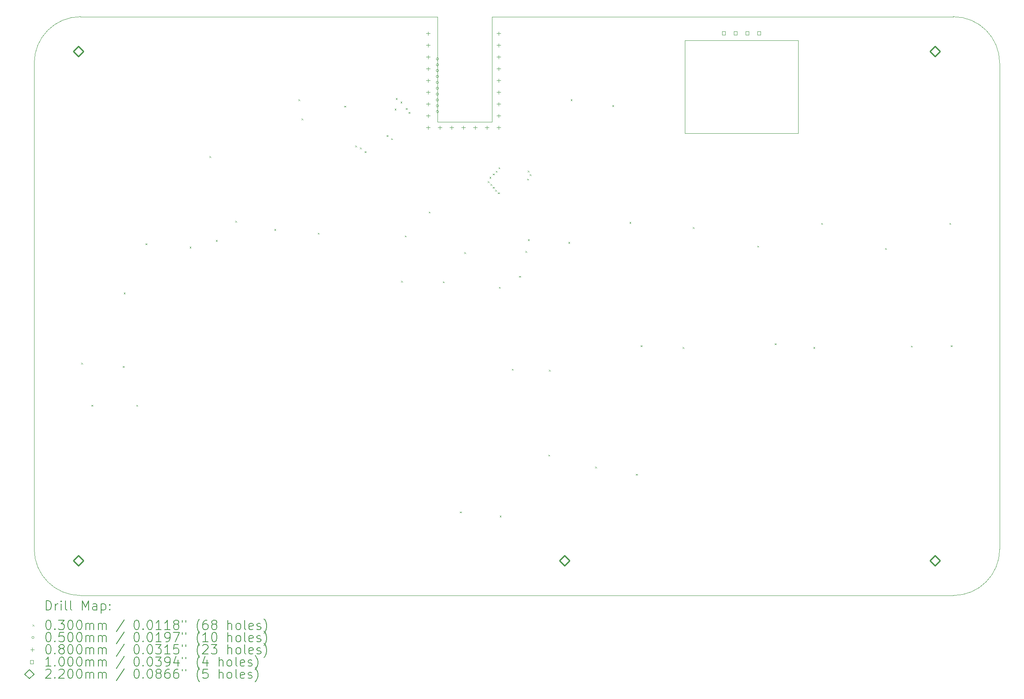
<source format=gbr>
%TF.GenerationSoftware,KiCad,Pcbnew,8.0.6*%
%TF.CreationDate,2024-11-20T03:38:02+00:00*%
%TF.ProjectId,keychron_hitbox,6b657963-6872-46f6-9e5f-686974626f78,rev?*%
%TF.SameCoordinates,Original*%
%TF.FileFunction,Drillmap*%
%TF.FilePolarity,Positive*%
%FSLAX45Y45*%
G04 Gerber Fmt 4.5, Leading zero omitted, Abs format (unit mm)*
G04 Created by KiCad (PCBNEW 8.0.6) date 2024-11-20 03:38:02*
%MOMM*%
%LPD*%
G01*
G04 APERTURE LIST*
%ADD10C,0.050000*%
%ADD11C,0.200000*%
%ADD12C,0.100000*%
%ADD13C,0.220000*%
G04 APERTURE END LIST*
D10*
X5300000Y-15000000D02*
X24150000Y-15000000D01*
X14189000Y-4735000D02*
X14189000Y-4770000D01*
X12946000Y-2500000D02*
X5300000Y-2500000D01*
X4300000Y-14000000D02*
X4300000Y-3500000D01*
X25150000Y-14000000D02*
G75*
G02*
X24150000Y-15000000I-1000000J0D01*
G01*
X24150000Y-2500000D02*
G75*
G02*
X25150000Y-3500000I0J-1000000D01*
G01*
X14189000Y-2500000D02*
X24150000Y-2500000D01*
X4300000Y-3500000D02*
G75*
G02*
X5300000Y-2500000I1000000J0D01*
G01*
X13007000Y-4770000D02*
X13007000Y-4766300D01*
X14189000Y-2500000D02*
X14189000Y-4735000D01*
X14189000Y-4770000D02*
X13007000Y-4770000D01*
X13007000Y-3311300D02*
X13007000Y-2500000D01*
X5300000Y-15000000D02*
G75*
G02*
X4300000Y-14000000I0J1000000D01*
G01*
X25150000Y-3500000D02*
X25150000Y-14000000D01*
X12946000Y-2500000D02*
X13007000Y-2500000D01*
X18350000Y-3015000D02*
X20800000Y-3015000D01*
X20800000Y-5015000D01*
X18350000Y-5015000D01*
X18350000Y-3015000D01*
X13007000Y-3311300D02*
X13007000Y-4766300D01*
D11*
D12*
X5315000Y-9975000D02*
X5345000Y-10005000D01*
X5345000Y-9975000D02*
X5315000Y-10005000D01*
X5535000Y-10885000D02*
X5565000Y-10915000D01*
X5565000Y-10885000D02*
X5535000Y-10915000D01*
X6215000Y-10045000D02*
X6245000Y-10075000D01*
X6245000Y-10045000D02*
X6215000Y-10075000D01*
X6235000Y-8460000D02*
X6265000Y-8490000D01*
X6265000Y-8460000D02*
X6235000Y-8490000D01*
X6505000Y-10885000D02*
X6535000Y-10915000D01*
X6535000Y-10885000D02*
X6505000Y-10915000D01*
X6705000Y-7395000D02*
X6735000Y-7425000D01*
X6735000Y-7395000D02*
X6705000Y-7425000D01*
X7655000Y-7465000D02*
X7685000Y-7495000D01*
X7685000Y-7465000D02*
X7655000Y-7495000D01*
X8085000Y-5510000D02*
X8115000Y-5540000D01*
X8115000Y-5510000D02*
X8085000Y-5540000D01*
X8222500Y-7322500D02*
X8252500Y-7352500D01*
X8252500Y-7322500D02*
X8222500Y-7352500D01*
X8645000Y-6910000D02*
X8675000Y-6940000D01*
X8675000Y-6910000D02*
X8645000Y-6940000D01*
X9485000Y-7085000D02*
X9515000Y-7115000D01*
X9515000Y-7085000D02*
X9485000Y-7115000D01*
X10005000Y-4285000D02*
X10035000Y-4315000D01*
X10035000Y-4285000D02*
X10005000Y-4315000D01*
X10072500Y-4697500D02*
X10102500Y-4727500D01*
X10102500Y-4697500D02*
X10072500Y-4727500D01*
X10425000Y-7165000D02*
X10455000Y-7195000D01*
X10455000Y-7165000D02*
X10425000Y-7195000D01*
X10995000Y-4425000D02*
X11025000Y-4455000D01*
X11025000Y-4425000D02*
X10995000Y-4455000D01*
X11235000Y-5285000D02*
X11265000Y-5315000D01*
X11265000Y-5285000D02*
X11235000Y-5315000D01*
X11335000Y-5325000D02*
X11365000Y-5355000D01*
X11365000Y-5325000D02*
X11335000Y-5355000D01*
X11435000Y-5405000D02*
X11465000Y-5435000D01*
X11465000Y-5405000D02*
X11435000Y-5435000D01*
X11910000Y-5060000D02*
X11940000Y-5090000D01*
X11940000Y-5060000D02*
X11910000Y-5090000D01*
X12010000Y-5125000D02*
X12040000Y-5155000D01*
X12040000Y-5125000D02*
X12010000Y-5155000D01*
X12085000Y-4485000D02*
X12115000Y-4515000D01*
X12115000Y-4485000D02*
X12085000Y-4515000D01*
X12110000Y-4260000D02*
X12140000Y-4290000D01*
X12140000Y-4260000D02*
X12110000Y-4290000D01*
X12210000Y-4335000D02*
X12240000Y-4365000D01*
X12240000Y-4335000D02*
X12210000Y-4365000D01*
X12225000Y-8205000D02*
X12255000Y-8235000D01*
X12255000Y-8205000D02*
X12225000Y-8235000D01*
X12305000Y-7225000D02*
X12335000Y-7255000D01*
X12335000Y-7225000D02*
X12305000Y-7255000D01*
X12325000Y-4475000D02*
X12355000Y-4505000D01*
X12355000Y-4475000D02*
X12325000Y-4505000D01*
X12385000Y-4560000D02*
X12415000Y-4590000D01*
X12415000Y-4560000D02*
X12385000Y-4590000D01*
X12820000Y-6710000D02*
X12850000Y-6740000D01*
X12850000Y-6710000D02*
X12820000Y-6740000D01*
X13125000Y-8215000D02*
X13155000Y-8245000D01*
X13155000Y-8215000D02*
X13125000Y-8245000D01*
X13495000Y-13185000D02*
X13525000Y-13215000D01*
X13525000Y-13185000D02*
X13495000Y-13215000D01*
X13585000Y-7585000D02*
X13615000Y-7615000D01*
X13615000Y-7585000D02*
X13585000Y-7615000D01*
X14095000Y-6055000D02*
X14125000Y-6085000D01*
X14125000Y-6055000D02*
X14095000Y-6085000D01*
X14135000Y-5960000D02*
X14165000Y-5990000D01*
X14165000Y-5960000D02*
X14135000Y-5990000D01*
X14155024Y-6112530D02*
X14185024Y-6142530D01*
X14185024Y-6112530D02*
X14155024Y-6142530D01*
X14205000Y-6175000D02*
X14235000Y-6205000D01*
X14235000Y-6175000D02*
X14205000Y-6205000D01*
X14207500Y-5887500D02*
X14237500Y-5917500D01*
X14237500Y-5887500D02*
X14207500Y-5917500D01*
X14258431Y-6238431D02*
X14288431Y-6268431D01*
X14288431Y-6238431D02*
X14258431Y-6268431D01*
X14267500Y-5827500D02*
X14297500Y-5857500D01*
X14297500Y-5827500D02*
X14267500Y-5857500D01*
X14315000Y-6295000D02*
X14345000Y-6325000D01*
X14345000Y-6295000D02*
X14315000Y-6325000D01*
X14327500Y-5752500D02*
X14357500Y-5782500D01*
X14357500Y-5752500D02*
X14327500Y-5782500D01*
X14335000Y-8335000D02*
X14365000Y-8365000D01*
X14365000Y-8335000D02*
X14335000Y-8365000D01*
X14355000Y-13275000D02*
X14385000Y-13305000D01*
X14385000Y-13275000D02*
X14355000Y-13305000D01*
X14615000Y-10105000D02*
X14645000Y-10135000D01*
X14645000Y-10105000D02*
X14615000Y-10135000D01*
X14772500Y-8097500D02*
X14802500Y-8127500D01*
X14802500Y-8097500D02*
X14772500Y-8127500D01*
X14910000Y-7560000D02*
X14940000Y-7590000D01*
X14940000Y-7560000D02*
X14910000Y-7590000D01*
X14947500Y-5997500D02*
X14977500Y-6027500D01*
X14977500Y-5997500D02*
X14947500Y-6027500D01*
X14958665Y-5826482D02*
X14988665Y-5856482D01*
X14988665Y-5826482D02*
X14958665Y-5856482D01*
X14965000Y-7305000D02*
X14995000Y-7335000D01*
X14995000Y-7305000D02*
X14965000Y-7335000D01*
X14999142Y-5899142D02*
X15029142Y-5929142D01*
X15029142Y-5899142D02*
X14999142Y-5929142D01*
X15401716Y-11958284D02*
X15431716Y-11988284D01*
X15431716Y-11958284D02*
X15401716Y-11988284D01*
X15415000Y-10125000D02*
X15445000Y-10155000D01*
X15445000Y-10125000D02*
X15415000Y-10155000D01*
X15835000Y-7365000D02*
X15865000Y-7395000D01*
X15865000Y-7365000D02*
X15835000Y-7395000D01*
X15885000Y-4285000D02*
X15915000Y-4315000D01*
X15915000Y-4285000D02*
X15885000Y-4315000D01*
X16415000Y-12215000D02*
X16445000Y-12245000D01*
X16445000Y-12215000D02*
X16415000Y-12245000D01*
X16785000Y-4410000D02*
X16815000Y-4440000D01*
X16815000Y-4410000D02*
X16785000Y-4440000D01*
X17155000Y-6935000D02*
X17185000Y-6965000D01*
X17185000Y-6935000D02*
X17155000Y-6965000D01*
X17295000Y-12375000D02*
X17325000Y-12405000D01*
X17325000Y-12375000D02*
X17295000Y-12405000D01*
X17395000Y-9595000D02*
X17425000Y-9625000D01*
X17425000Y-9595000D02*
X17395000Y-9625000D01*
X18305000Y-9635000D02*
X18335000Y-9665000D01*
X18335000Y-9635000D02*
X18305000Y-9665000D01*
X18525000Y-7045000D02*
X18555000Y-7075000D01*
X18555000Y-7045000D02*
X18525000Y-7075000D01*
X19915000Y-7445000D02*
X19945000Y-7475000D01*
X19945000Y-7445000D02*
X19915000Y-7475000D01*
X20295000Y-9555000D02*
X20325000Y-9585000D01*
X20325000Y-9555000D02*
X20295000Y-9585000D01*
X21125000Y-9635000D02*
X21155000Y-9665000D01*
X21155000Y-9635000D02*
X21125000Y-9665000D01*
X21295000Y-6955000D02*
X21325000Y-6985000D01*
X21325000Y-6955000D02*
X21295000Y-6985000D01*
X22675000Y-7495000D02*
X22705000Y-7525000D01*
X22705000Y-7495000D02*
X22675000Y-7525000D01*
X23235000Y-9605000D02*
X23265000Y-9635000D01*
X23265000Y-9605000D02*
X23235000Y-9635000D01*
X24065000Y-6955000D02*
X24095000Y-6985000D01*
X24095000Y-6955000D02*
X24065000Y-6985000D01*
X24095000Y-9595000D02*
X24125000Y-9625000D01*
X24125000Y-9595000D02*
X24095000Y-9625000D01*
X13032000Y-3411260D02*
G75*
G02*
X12982000Y-3411260I-25000J0D01*
G01*
X12982000Y-3411260D02*
G75*
G02*
X13032000Y-3411260I25000J0D01*
G01*
X13032000Y-3537980D02*
G75*
G02*
X12982000Y-3537980I-25000J0D01*
G01*
X12982000Y-3537980D02*
G75*
G02*
X13032000Y-3537980I25000J0D01*
G01*
X13032000Y-3664640D02*
G75*
G02*
X12982000Y-3664640I-25000J0D01*
G01*
X12982000Y-3664640D02*
G75*
G02*
X13032000Y-3664640I25000J0D01*
G01*
X13032000Y-3791300D02*
G75*
G02*
X12982000Y-3791300I-25000J0D01*
G01*
X12982000Y-3791300D02*
G75*
G02*
X13032000Y-3791300I25000J0D01*
G01*
X13032000Y-3917960D02*
G75*
G02*
X12982000Y-3917960I-25000J0D01*
G01*
X12982000Y-3917960D02*
G75*
G02*
X13032000Y-3917960I25000J0D01*
G01*
X13032000Y-4044620D02*
G75*
G02*
X12982000Y-4044620I-25000J0D01*
G01*
X12982000Y-4044620D02*
G75*
G02*
X13032000Y-4044620I25000J0D01*
G01*
X13032000Y-4171280D02*
G75*
G02*
X12982000Y-4171280I-25000J0D01*
G01*
X12982000Y-4171280D02*
G75*
G02*
X13032000Y-4171280I25000J0D01*
G01*
X13032000Y-4297940D02*
G75*
G02*
X12982000Y-4297940I-25000J0D01*
G01*
X12982000Y-4297940D02*
G75*
G02*
X13032000Y-4297940I25000J0D01*
G01*
X13032000Y-4424600D02*
G75*
G02*
X12982000Y-4424600I-25000J0D01*
G01*
X12982000Y-4424600D02*
G75*
G02*
X13032000Y-4424600I25000J0D01*
G01*
X13032000Y-4551260D02*
G75*
G02*
X12982000Y-4551260I-25000J0D01*
G01*
X12982000Y-4551260D02*
G75*
G02*
X13032000Y-4551260I25000J0D01*
G01*
X12806000Y-2822600D02*
X12806000Y-2902600D01*
X12766000Y-2862600D02*
X12846000Y-2862600D01*
X12806000Y-3076600D02*
X12806000Y-3156600D01*
X12766000Y-3116600D02*
X12846000Y-3116600D01*
X12806000Y-3330600D02*
X12806000Y-3410600D01*
X12766000Y-3370600D02*
X12846000Y-3370600D01*
X12806000Y-3584600D02*
X12806000Y-3664600D01*
X12766000Y-3624600D02*
X12846000Y-3624600D01*
X12806000Y-3838600D02*
X12806000Y-3918600D01*
X12766000Y-3878600D02*
X12846000Y-3878600D01*
X12806000Y-4092600D02*
X12806000Y-4172600D01*
X12766000Y-4132600D02*
X12846000Y-4132600D01*
X12806000Y-4346600D02*
X12806000Y-4426600D01*
X12766000Y-4386600D02*
X12846000Y-4386600D01*
X12806000Y-4600600D02*
X12806000Y-4680600D01*
X12766000Y-4640600D02*
X12846000Y-4640600D01*
X12806000Y-4854600D02*
X12806000Y-4934600D01*
X12766000Y-4894600D02*
X12846000Y-4894600D01*
X13060000Y-4854600D02*
X13060000Y-4934600D01*
X13020000Y-4894600D02*
X13100000Y-4894600D01*
X13314000Y-4854600D02*
X13314000Y-4934600D01*
X13274000Y-4894600D02*
X13354000Y-4894600D01*
X13568000Y-4854600D02*
X13568000Y-4934600D01*
X13528000Y-4894600D02*
X13608000Y-4894600D01*
X13822000Y-4854600D02*
X13822000Y-4934600D01*
X13782000Y-4894600D02*
X13862000Y-4894600D01*
X14076000Y-4854600D02*
X14076000Y-4934600D01*
X14036000Y-4894600D02*
X14116000Y-4894600D01*
X14330000Y-2822600D02*
X14330000Y-2902600D01*
X14290000Y-2862600D02*
X14370000Y-2862600D01*
X14330000Y-3076600D02*
X14330000Y-3156600D01*
X14290000Y-3116600D02*
X14370000Y-3116600D01*
X14330000Y-3330600D02*
X14330000Y-3410600D01*
X14290000Y-3370600D02*
X14370000Y-3370600D01*
X14330000Y-3584600D02*
X14330000Y-3664600D01*
X14290000Y-3624600D02*
X14370000Y-3624600D01*
X14330000Y-3838600D02*
X14330000Y-3918600D01*
X14290000Y-3878600D02*
X14370000Y-3878600D01*
X14330000Y-4092600D02*
X14330000Y-4172600D01*
X14290000Y-4132600D02*
X14370000Y-4132600D01*
X14330000Y-4346600D02*
X14330000Y-4426600D01*
X14290000Y-4386600D02*
X14370000Y-4386600D01*
X14330000Y-4600600D02*
X14330000Y-4680600D01*
X14290000Y-4640600D02*
X14370000Y-4640600D01*
X14330000Y-4854600D02*
X14330000Y-4934600D01*
X14290000Y-4894600D02*
X14370000Y-4894600D01*
X19223356Y-2890356D02*
X19223356Y-2819644D01*
X19152644Y-2819644D01*
X19152644Y-2890356D01*
X19223356Y-2890356D01*
X19477356Y-2890356D02*
X19477356Y-2819644D01*
X19406644Y-2819644D01*
X19406644Y-2890356D01*
X19477356Y-2890356D01*
X19731356Y-2890356D02*
X19731356Y-2819644D01*
X19660644Y-2819644D01*
X19660644Y-2890356D01*
X19731356Y-2890356D01*
X19985356Y-2890356D02*
X19985356Y-2819644D01*
X19914644Y-2819644D01*
X19914644Y-2890356D01*
X19985356Y-2890356D01*
D13*
X5250000Y-3360000D02*
X5360000Y-3250000D01*
X5250000Y-3140000D01*
X5140000Y-3250000D01*
X5250000Y-3360000D01*
X5250000Y-14360000D02*
X5360000Y-14250000D01*
X5250000Y-14140000D01*
X5140000Y-14250000D01*
X5250000Y-14360000D01*
X15750000Y-14360000D02*
X15860000Y-14250000D01*
X15750000Y-14140000D01*
X15640000Y-14250000D01*
X15750000Y-14360000D01*
X23750000Y-3360000D02*
X23860000Y-3250000D01*
X23750000Y-3140000D01*
X23640000Y-3250000D01*
X23750000Y-3360000D01*
X23750000Y-14360000D02*
X23860000Y-14250000D01*
X23750000Y-14140000D01*
X23640000Y-14250000D01*
X23750000Y-14360000D01*
D11*
X4558277Y-15313984D02*
X4558277Y-15113984D01*
X4558277Y-15113984D02*
X4605896Y-15113984D01*
X4605896Y-15113984D02*
X4634467Y-15123508D01*
X4634467Y-15123508D02*
X4653515Y-15142555D01*
X4653515Y-15142555D02*
X4663039Y-15161603D01*
X4663039Y-15161603D02*
X4672563Y-15199698D01*
X4672563Y-15199698D02*
X4672563Y-15228269D01*
X4672563Y-15228269D02*
X4663039Y-15266365D01*
X4663039Y-15266365D02*
X4653515Y-15285412D01*
X4653515Y-15285412D02*
X4634467Y-15304460D01*
X4634467Y-15304460D02*
X4605896Y-15313984D01*
X4605896Y-15313984D02*
X4558277Y-15313984D01*
X4758277Y-15313984D02*
X4758277Y-15180650D01*
X4758277Y-15218746D02*
X4767801Y-15199698D01*
X4767801Y-15199698D02*
X4777324Y-15190174D01*
X4777324Y-15190174D02*
X4796372Y-15180650D01*
X4796372Y-15180650D02*
X4815420Y-15180650D01*
X4882086Y-15313984D02*
X4882086Y-15180650D01*
X4882086Y-15113984D02*
X4872563Y-15123508D01*
X4872563Y-15123508D02*
X4882086Y-15133031D01*
X4882086Y-15133031D02*
X4891610Y-15123508D01*
X4891610Y-15123508D02*
X4882086Y-15113984D01*
X4882086Y-15113984D02*
X4882086Y-15133031D01*
X5005896Y-15313984D02*
X4986848Y-15304460D01*
X4986848Y-15304460D02*
X4977324Y-15285412D01*
X4977324Y-15285412D02*
X4977324Y-15113984D01*
X5110658Y-15313984D02*
X5091610Y-15304460D01*
X5091610Y-15304460D02*
X5082086Y-15285412D01*
X5082086Y-15285412D02*
X5082086Y-15113984D01*
X5339229Y-15313984D02*
X5339229Y-15113984D01*
X5339229Y-15113984D02*
X5405896Y-15256841D01*
X5405896Y-15256841D02*
X5472563Y-15113984D01*
X5472563Y-15113984D02*
X5472563Y-15313984D01*
X5653515Y-15313984D02*
X5653515Y-15209222D01*
X5653515Y-15209222D02*
X5643991Y-15190174D01*
X5643991Y-15190174D02*
X5624943Y-15180650D01*
X5624943Y-15180650D02*
X5586848Y-15180650D01*
X5586848Y-15180650D02*
X5567801Y-15190174D01*
X5653515Y-15304460D02*
X5634467Y-15313984D01*
X5634467Y-15313984D02*
X5586848Y-15313984D01*
X5586848Y-15313984D02*
X5567801Y-15304460D01*
X5567801Y-15304460D02*
X5558277Y-15285412D01*
X5558277Y-15285412D02*
X5558277Y-15266365D01*
X5558277Y-15266365D02*
X5567801Y-15247317D01*
X5567801Y-15247317D02*
X5586848Y-15237793D01*
X5586848Y-15237793D02*
X5634467Y-15237793D01*
X5634467Y-15237793D02*
X5653515Y-15228269D01*
X5748753Y-15180650D02*
X5748753Y-15380650D01*
X5748753Y-15190174D02*
X5767801Y-15180650D01*
X5767801Y-15180650D02*
X5805896Y-15180650D01*
X5805896Y-15180650D02*
X5824943Y-15190174D01*
X5824943Y-15190174D02*
X5834467Y-15199698D01*
X5834467Y-15199698D02*
X5843991Y-15218746D01*
X5843991Y-15218746D02*
X5843991Y-15275888D01*
X5843991Y-15275888D02*
X5834467Y-15294936D01*
X5834467Y-15294936D02*
X5824943Y-15304460D01*
X5824943Y-15304460D02*
X5805896Y-15313984D01*
X5805896Y-15313984D02*
X5767801Y-15313984D01*
X5767801Y-15313984D02*
X5748753Y-15304460D01*
X5929705Y-15294936D02*
X5939229Y-15304460D01*
X5939229Y-15304460D02*
X5929705Y-15313984D01*
X5929705Y-15313984D02*
X5920182Y-15304460D01*
X5920182Y-15304460D02*
X5929705Y-15294936D01*
X5929705Y-15294936D02*
X5929705Y-15313984D01*
X5929705Y-15190174D02*
X5939229Y-15199698D01*
X5939229Y-15199698D02*
X5929705Y-15209222D01*
X5929705Y-15209222D02*
X5920182Y-15199698D01*
X5920182Y-15199698D02*
X5929705Y-15190174D01*
X5929705Y-15190174D02*
X5929705Y-15209222D01*
D12*
X4267500Y-15627500D02*
X4297500Y-15657500D01*
X4297500Y-15627500D02*
X4267500Y-15657500D01*
D11*
X4596372Y-15533984D02*
X4615420Y-15533984D01*
X4615420Y-15533984D02*
X4634467Y-15543508D01*
X4634467Y-15543508D02*
X4643991Y-15553031D01*
X4643991Y-15553031D02*
X4653515Y-15572079D01*
X4653515Y-15572079D02*
X4663039Y-15610174D01*
X4663039Y-15610174D02*
X4663039Y-15657793D01*
X4663039Y-15657793D02*
X4653515Y-15695888D01*
X4653515Y-15695888D02*
X4643991Y-15714936D01*
X4643991Y-15714936D02*
X4634467Y-15724460D01*
X4634467Y-15724460D02*
X4615420Y-15733984D01*
X4615420Y-15733984D02*
X4596372Y-15733984D01*
X4596372Y-15733984D02*
X4577324Y-15724460D01*
X4577324Y-15724460D02*
X4567801Y-15714936D01*
X4567801Y-15714936D02*
X4558277Y-15695888D01*
X4558277Y-15695888D02*
X4548753Y-15657793D01*
X4548753Y-15657793D02*
X4548753Y-15610174D01*
X4548753Y-15610174D02*
X4558277Y-15572079D01*
X4558277Y-15572079D02*
X4567801Y-15553031D01*
X4567801Y-15553031D02*
X4577324Y-15543508D01*
X4577324Y-15543508D02*
X4596372Y-15533984D01*
X4748753Y-15714936D02*
X4758277Y-15724460D01*
X4758277Y-15724460D02*
X4748753Y-15733984D01*
X4748753Y-15733984D02*
X4739229Y-15724460D01*
X4739229Y-15724460D02*
X4748753Y-15714936D01*
X4748753Y-15714936D02*
X4748753Y-15733984D01*
X4824944Y-15533984D02*
X4948753Y-15533984D01*
X4948753Y-15533984D02*
X4882086Y-15610174D01*
X4882086Y-15610174D02*
X4910658Y-15610174D01*
X4910658Y-15610174D02*
X4929705Y-15619698D01*
X4929705Y-15619698D02*
X4939229Y-15629222D01*
X4939229Y-15629222D02*
X4948753Y-15648269D01*
X4948753Y-15648269D02*
X4948753Y-15695888D01*
X4948753Y-15695888D02*
X4939229Y-15714936D01*
X4939229Y-15714936D02*
X4929705Y-15724460D01*
X4929705Y-15724460D02*
X4910658Y-15733984D01*
X4910658Y-15733984D02*
X4853515Y-15733984D01*
X4853515Y-15733984D02*
X4834467Y-15724460D01*
X4834467Y-15724460D02*
X4824944Y-15714936D01*
X5072563Y-15533984D02*
X5091610Y-15533984D01*
X5091610Y-15533984D02*
X5110658Y-15543508D01*
X5110658Y-15543508D02*
X5120182Y-15553031D01*
X5120182Y-15553031D02*
X5129705Y-15572079D01*
X5129705Y-15572079D02*
X5139229Y-15610174D01*
X5139229Y-15610174D02*
X5139229Y-15657793D01*
X5139229Y-15657793D02*
X5129705Y-15695888D01*
X5129705Y-15695888D02*
X5120182Y-15714936D01*
X5120182Y-15714936D02*
X5110658Y-15724460D01*
X5110658Y-15724460D02*
X5091610Y-15733984D01*
X5091610Y-15733984D02*
X5072563Y-15733984D01*
X5072563Y-15733984D02*
X5053515Y-15724460D01*
X5053515Y-15724460D02*
X5043991Y-15714936D01*
X5043991Y-15714936D02*
X5034467Y-15695888D01*
X5034467Y-15695888D02*
X5024944Y-15657793D01*
X5024944Y-15657793D02*
X5024944Y-15610174D01*
X5024944Y-15610174D02*
X5034467Y-15572079D01*
X5034467Y-15572079D02*
X5043991Y-15553031D01*
X5043991Y-15553031D02*
X5053515Y-15543508D01*
X5053515Y-15543508D02*
X5072563Y-15533984D01*
X5263039Y-15533984D02*
X5282086Y-15533984D01*
X5282086Y-15533984D02*
X5301134Y-15543508D01*
X5301134Y-15543508D02*
X5310658Y-15553031D01*
X5310658Y-15553031D02*
X5320182Y-15572079D01*
X5320182Y-15572079D02*
X5329705Y-15610174D01*
X5329705Y-15610174D02*
X5329705Y-15657793D01*
X5329705Y-15657793D02*
X5320182Y-15695888D01*
X5320182Y-15695888D02*
X5310658Y-15714936D01*
X5310658Y-15714936D02*
X5301134Y-15724460D01*
X5301134Y-15724460D02*
X5282086Y-15733984D01*
X5282086Y-15733984D02*
X5263039Y-15733984D01*
X5263039Y-15733984D02*
X5243991Y-15724460D01*
X5243991Y-15724460D02*
X5234467Y-15714936D01*
X5234467Y-15714936D02*
X5224944Y-15695888D01*
X5224944Y-15695888D02*
X5215420Y-15657793D01*
X5215420Y-15657793D02*
X5215420Y-15610174D01*
X5215420Y-15610174D02*
X5224944Y-15572079D01*
X5224944Y-15572079D02*
X5234467Y-15553031D01*
X5234467Y-15553031D02*
X5243991Y-15543508D01*
X5243991Y-15543508D02*
X5263039Y-15533984D01*
X5415420Y-15733984D02*
X5415420Y-15600650D01*
X5415420Y-15619698D02*
X5424944Y-15610174D01*
X5424944Y-15610174D02*
X5443991Y-15600650D01*
X5443991Y-15600650D02*
X5472563Y-15600650D01*
X5472563Y-15600650D02*
X5491610Y-15610174D01*
X5491610Y-15610174D02*
X5501134Y-15629222D01*
X5501134Y-15629222D02*
X5501134Y-15733984D01*
X5501134Y-15629222D02*
X5510658Y-15610174D01*
X5510658Y-15610174D02*
X5529705Y-15600650D01*
X5529705Y-15600650D02*
X5558277Y-15600650D01*
X5558277Y-15600650D02*
X5577325Y-15610174D01*
X5577325Y-15610174D02*
X5586848Y-15629222D01*
X5586848Y-15629222D02*
X5586848Y-15733984D01*
X5682086Y-15733984D02*
X5682086Y-15600650D01*
X5682086Y-15619698D02*
X5691610Y-15610174D01*
X5691610Y-15610174D02*
X5710658Y-15600650D01*
X5710658Y-15600650D02*
X5739229Y-15600650D01*
X5739229Y-15600650D02*
X5758277Y-15610174D01*
X5758277Y-15610174D02*
X5767801Y-15629222D01*
X5767801Y-15629222D02*
X5767801Y-15733984D01*
X5767801Y-15629222D02*
X5777324Y-15610174D01*
X5777324Y-15610174D02*
X5796372Y-15600650D01*
X5796372Y-15600650D02*
X5824943Y-15600650D01*
X5824943Y-15600650D02*
X5843991Y-15610174D01*
X5843991Y-15610174D02*
X5853515Y-15629222D01*
X5853515Y-15629222D02*
X5853515Y-15733984D01*
X6243991Y-15524460D02*
X6072563Y-15781603D01*
X6501134Y-15533984D02*
X6520182Y-15533984D01*
X6520182Y-15533984D02*
X6539229Y-15543508D01*
X6539229Y-15543508D02*
X6548753Y-15553031D01*
X6548753Y-15553031D02*
X6558277Y-15572079D01*
X6558277Y-15572079D02*
X6567801Y-15610174D01*
X6567801Y-15610174D02*
X6567801Y-15657793D01*
X6567801Y-15657793D02*
X6558277Y-15695888D01*
X6558277Y-15695888D02*
X6548753Y-15714936D01*
X6548753Y-15714936D02*
X6539229Y-15724460D01*
X6539229Y-15724460D02*
X6520182Y-15733984D01*
X6520182Y-15733984D02*
X6501134Y-15733984D01*
X6501134Y-15733984D02*
X6482086Y-15724460D01*
X6482086Y-15724460D02*
X6472563Y-15714936D01*
X6472563Y-15714936D02*
X6463039Y-15695888D01*
X6463039Y-15695888D02*
X6453515Y-15657793D01*
X6453515Y-15657793D02*
X6453515Y-15610174D01*
X6453515Y-15610174D02*
X6463039Y-15572079D01*
X6463039Y-15572079D02*
X6472563Y-15553031D01*
X6472563Y-15553031D02*
X6482086Y-15543508D01*
X6482086Y-15543508D02*
X6501134Y-15533984D01*
X6653515Y-15714936D02*
X6663039Y-15724460D01*
X6663039Y-15724460D02*
X6653515Y-15733984D01*
X6653515Y-15733984D02*
X6643991Y-15724460D01*
X6643991Y-15724460D02*
X6653515Y-15714936D01*
X6653515Y-15714936D02*
X6653515Y-15733984D01*
X6786848Y-15533984D02*
X6805896Y-15533984D01*
X6805896Y-15533984D02*
X6824944Y-15543508D01*
X6824944Y-15543508D02*
X6834467Y-15553031D01*
X6834467Y-15553031D02*
X6843991Y-15572079D01*
X6843991Y-15572079D02*
X6853515Y-15610174D01*
X6853515Y-15610174D02*
X6853515Y-15657793D01*
X6853515Y-15657793D02*
X6843991Y-15695888D01*
X6843991Y-15695888D02*
X6834467Y-15714936D01*
X6834467Y-15714936D02*
X6824944Y-15724460D01*
X6824944Y-15724460D02*
X6805896Y-15733984D01*
X6805896Y-15733984D02*
X6786848Y-15733984D01*
X6786848Y-15733984D02*
X6767801Y-15724460D01*
X6767801Y-15724460D02*
X6758277Y-15714936D01*
X6758277Y-15714936D02*
X6748753Y-15695888D01*
X6748753Y-15695888D02*
X6739229Y-15657793D01*
X6739229Y-15657793D02*
X6739229Y-15610174D01*
X6739229Y-15610174D02*
X6748753Y-15572079D01*
X6748753Y-15572079D02*
X6758277Y-15553031D01*
X6758277Y-15553031D02*
X6767801Y-15543508D01*
X6767801Y-15543508D02*
X6786848Y-15533984D01*
X7043991Y-15733984D02*
X6929706Y-15733984D01*
X6986848Y-15733984D02*
X6986848Y-15533984D01*
X6986848Y-15533984D02*
X6967801Y-15562555D01*
X6967801Y-15562555D02*
X6948753Y-15581603D01*
X6948753Y-15581603D02*
X6929706Y-15591127D01*
X7234467Y-15733984D02*
X7120182Y-15733984D01*
X7177325Y-15733984D02*
X7177325Y-15533984D01*
X7177325Y-15533984D02*
X7158277Y-15562555D01*
X7158277Y-15562555D02*
X7139229Y-15581603D01*
X7139229Y-15581603D02*
X7120182Y-15591127D01*
X7348753Y-15619698D02*
X7329706Y-15610174D01*
X7329706Y-15610174D02*
X7320182Y-15600650D01*
X7320182Y-15600650D02*
X7310658Y-15581603D01*
X7310658Y-15581603D02*
X7310658Y-15572079D01*
X7310658Y-15572079D02*
X7320182Y-15553031D01*
X7320182Y-15553031D02*
X7329706Y-15543508D01*
X7329706Y-15543508D02*
X7348753Y-15533984D01*
X7348753Y-15533984D02*
X7386848Y-15533984D01*
X7386848Y-15533984D02*
X7405896Y-15543508D01*
X7405896Y-15543508D02*
X7415420Y-15553031D01*
X7415420Y-15553031D02*
X7424944Y-15572079D01*
X7424944Y-15572079D02*
X7424944Y-15581603D01*
X7424944Y-15581603D02*
X7415420Y-15600650D01*
X7415420Y-15600650D02*
X7405896Y-15610174D01*
X7405896Y-15610174D02*
X7386848Y-15619698D01*
X7386848Y-15619698D02*
X7348753Y-15619698D01*
X7348753Y-15619698D02*
X7329706Y-15629222D01*
X7329706Y-15629222D02*
X7320182Y-15638746D01*
X7320182Y-15638746D02*
X7310658Y-15657793D01*
X7310658Y-15657793D02*
X7310658Y-15695888D01*
X7310658Y-15695888D02*
X7320182Y-15714936D01*
X7320182Y-15714936D02*
X7329706Y-15724460D01*
X7329706Y-15724460D02*
X7348753Y-15733984D01*
X7348753Y-15733984D02*
X7386848Y-15733984D01*
X7386848Y-15733984D02*
X7405896Y-15724460D01*
X7405896Y-15724460D02*
X7415420Y-15714936D01*
X7415420Y-15714936D02*
X7424944Y-15695888D01*
X7424944Y-15695888D02*
X7424944Y-15657793D01*
X7424944Y-15657793D02*
X7415420Y-15638746D01*
X7415420Y-15638746D02*
X7405896Y-15629222D01*
X7405896Y-15629222D02*
X7386848Y-15619698D01*
X7501134Y-15533984D02*
X7501134Y-15572079D01*
X7577325Y-15533984D02*
X7577325Y-15572079D01*
X7872563Y-15810174D02*
X7863039Y-15800650D01*
X7863039Y-15800650D02*
X7843991Y-15772079D01*
X7843991Y-15772079D02*
X7834468Y-15753031D01*
X7834468Y-15753031D02*
X7824944Y-15724460D01*
X7824944Y-15724460D02*
X7815420Y-15676841D01*
X7815420Y-15676841D02*
X7815420Y-15638746D01*
X7815420Y-15638746D02*
X7824944Y-15591127D01*
X7824944Y-15591127D02*
X7834468Y-15562555D01*
X7834468Y-15562555D02*
X7843991Y-15543508D01*
X7843991Y-15543508D02*
X7863039Y-15514936D01*
X7863039Y-15514936D02*
X7872563Y-15505412D01*
X8034468Y-15533984D02*
X7996372Y-15533984D01*
X7996372Y-15533984D02*
X7977325Y-15543508D01*
X7977325Y-15543508D02*
X7967801Y-15553031D01*
X7967801Y-15553031D02*
X7948753Y-15581603D01*
X7948753Y-15581603D02*
X7939229Y-15619698D01*
X7939229Y-15619698D02*
X7939229Y-15695888D01*
X7939229Y-15695888D02*
X7948753Y-15714936D01*
X7948753Y-15714936D02*
X7958277Y-15724460D01*
X7958277Y-15724460D02*
X7977325Y-15733984D01*
X7977325Y-15733984D02*
X8015420Y-15733984D01*
X8015420Y-15733984D02*
X8034468Y-15724460D01*
X8034468Y-15724460D02*
X8043991Y-15714936D01*
X8043991Y-15714936D02*
X8053515Y-15695888D01*
X8053515Y-15695888D02*
X8053515Y-15648269D01*
X8053515Y-15648269D02*
X8043991Y-15629222D01*
X8043991Y-15629222D02*
X8034468Y-15619698D01*
X8034468Y-15619698D02*
X8015420Y-15610174D01*
X8015420Y-15610174D02*
X7977325Y-15610174D01*
X7977325Y-15610174D02*
X7958277Y-15619698D01*
X7958277Y-15619698D02*
X7948753Y-15629222D01*
X7948753Y-15629222D02*
X7939229Y-15648269D01*
X8167801Y-15619698D02*
X8148753Y-15610174D01*
X8148753Y-15610174D02*
X8139229Y-15600650D01*
X8139229Y-15600650D02*
X8129706Y-15581603D01*
X8129706Y-15581603D02*
X8129706Y-15572079D01*
X8129706Y-15572079D02*
X8139229Y-15553031D01*
X8139229Y-15553031D02*
X8148753Y-15543508D01*
X8148753Y-15543508D02*
X8167801Y-15533984D01*
X8167801Y-15533984D02*
X8205896Y-15533984D01*
X8205896Y-15533984D02*
X8224944Y-15543508D01*
X8224944Y-15543508D02*
X8234468Y-15553031D01*
X8234468Y-15553031D02*
X8243991Y-15572079D01*
X8243991Y-15572079D02*
X8243991Y-15581603D01*
X8243991Y-15581603D02*
X8234468Y-15600650D01*
X8234468Y-15600650D02*
X8224944Y-15610174D01*
X8224944Y-15610174D02*
X8205896Y-15619698D01*
X8205896Y-15619698D02*
X8167801Y-15619698D01*
X8167801Y-15619698D02*
X8148753Y-15629222D01*
X8148753Y-15629222D02*
X8139229Y-15638746D01*
X8139229Y-15638746D02*
X8129706Y-15657793D01*
X8129706Y-15657793D02*
X8129706Y-15695888D01*
X8129706Y-15695888D02*
X8139229Y-15714936D01*
X8139229Y-15714936D02*
X8148753Y-15724460D01*
X8148753Y-15724460D02*
X8167801Y-15733984D01*
X8167801Y-15733984D02*
X8205896Y-15733984D01*
X8205896Y-15733984D02*
X8224944Y-15724460D01*
X8224944Y-15724460D02*
X8234468Y-15714936D01*
X8234468Y-15714936D02*
X8243991Y-15695888D01*
X8243991Y-15695888D02*
X8243991Y-15657793D01*
X8243991Y-15657793D02*
X8234468Y-15638746D01*
X8234468Y-15638746D02*
X8224944Y-15629222D01*
X8224944Y-15629222D02*
X8205896Y-15619698D01*
X8482087Y-15733984D02*
X8482087Y-15533984D01*
X8567801Y-15733984D02*
X8567801Y-15629222D01*
X8567801Y-15629222D02*
X8558277Y-15610174D01*
X8558277Y-15610174D02*
X8539230Y-15600650D01*
X8539230Y-15600650D02*
X8510658Y-15600650D01*
X8510658Y-15600650D02*
X8491611Y-15610174D01*
X8491611Y-15610174D02*
X8482087Y-15619698D01*
X8691611Y-15733984D02*
X8672563Y-15724460D01*
X8672563Y-15724460D02*
X8663039Y-15714936D01*
X8663039Y-15714936D02*
X8653515Y-15695888D01*
X8653515Y-15695888D02*
X8653515Y-15638746D01*
X8653515Y-15638746D02*
X8663039Y-15619698D01*
X8663039Y-15619698D02*
X8672563Y-15610174D01*
X8672563Y-15610174D02*
X8691611Y-15600650D01*
X8691611Y-15600650D02*
X8720182Y-15600650D01*
X8720182Y-15600650D02*
X8739230Y-15610174D01*
X8739230Y-15610174D02*
X8748753Y-15619698D01*
X8748753Y-15619698D02*
X8758277Y-15638746D01*
X8758277Y-15638746D02*
X8758277Y-15695888D01*
X8758277Y-15695888D02*
X8748753Y-15714936D01*
X8748753Y-15714936D02*
X8739230Y-15724460D01*
X8739230Y-15724460D02*
X8720182Y-15733984D01*
X8720182Y-15733984D02*
X8691611Y-15733984D01*
X8872563Y-15733984D02*
X8853515Y-15724460D01*
X8853515Y-15724460D02*
X8843992Y-15705412D01*
X8843992Y-15705412D02*
X8843992Y-15533984D01*
X9024944Y-15724460D02*
X9005896Y-15733984D01*
X9005896Y-15733984D02*
X8967801Y-15733984D01*
X8967801Y-15733984D02*
X8948753Y-15724460D01*
X8948753Y-15724460D02*
X8939230Y-15705412D01*
X8939230Y-15705412D02*
X8939230Y-15629222D01*
X8939230Y-15629222D02*
X8948753Y-15610174D01*
X8948753Y-15610174D02*
X8967801Y-15600650D01*
X8967801Y-15600650D02*
X9005896Y-15600650D01*
X9005896Y-15600650D02*
X9024944Y-15610174D01*
X9024944Y-15610174D02*
X9034468Y-15629222D01*
X9034468Y-15629222D02*
X9034468Y-15648269D01*
X9034468Y-15648269D02*
X8939230Y-15667317D01*
X9110658Y-15724460D02*
X9129706Y-15733984D01*
X9129706Y-15733984D02*
X9167801Y-15733984D01*
X9167801Y-15733984D02*
X9186849Y-15724460D01*
X9186849Y-15724460D02*
X9196373Y-15705412D01*
X9196373Y-15705412D02*
X9196373Y-15695888D01*
X9196373Y-15695888D02*
X9186849Y-15676841D01*
X9186849Y-15676841D02*
X9167801Y-15667317D01*
X9167801Y-15667317D02*
X9139230Y-15667317D01*
X9139230Y-15667317D02*
X9120182Y-15657793D01*
X9120182Y-15657793D02*
X9110658Y-15638746D01*
X9110658Y-15638746D02*
X9110658Y-15629222D01*
X9110658Y-15629222D02*
X9120182Y-15610174D01*
X9120182Y-15610174D02*
X9139230Y-15600650D01*
X9139230Y-15600650D02*
X9167801Y-15600650D01*
X9167801Y-15600650D02*
X9186849Y-15610174D01*
X9263039Y-15810174D02*
X9272563Y-15800650D01*
X9272563Y-15800650D02*
X9291611Y-15772079D01*
X9291611Y-15772079D02*
X9301134Y-15753031D01*
X9301134Y-15753031D02*
X9310658Y-15724460D01*
X9310658Y-15724460D02*
X9320182Y-15676841D01*
X9320182Y-15676841D02*
X9320182Y-15638746D01*
X9320182Y-15638746D02*
X9310658Y-15591127D01*
X9310658Y-15591127D02*
X9301134Y-15562555D01*
X9301134Y-15562555D02*
X9291611Y-15543508D01*
X9291611Y-15543508D02*
X9272563Y-15514936D01*
X9272563Y-15514936D02*
X9263039Y-15505412D01*
D12*
X4297500Y-15906500D02*
G75*
G02*
X4247500Y-15906500I-25000J0D01*
G01*
X4247500Y-15906500D02*
G75*
G02*
X4297500Y-15906500I25000J0D01*
G01*
D11*
X4596372Y-15797984D02*
X4615420Y-15797984D01*
X4615420Y-15797984D02*
X4634467Y-15807508D01*
X4634467Y-15807508D02*
X4643991Y-15817031D01*
X4643991Y-15817031D02*
X4653515Y-15836079D01*
X4653515Y-15836079D02*
X4663039Y-15874174D01*
X4663039Y-15874174D02*
X4663039Y-15921793D01*
X4663039Y-15921793D02*
X4653515Y-15959888D01*
X4653515Y-15959888D02*
X4643991Y-15978936D01*
X4643991Y-15978936D02*
X4634467Y-15988460D01*
X4634467Y-15988460D02*
X4615420Y-15997984D01*
X4615420Y-15997984D02*
X4596372Y-15997984D01*
X4596372Y-15997984D02*
X4577324Y-15988460D01*
X4577324Y-15988460D02*
X4567801Y-15978936D01*
X4567801Y-15978936D02*
X4558277Y-15959888D01*
X4558277Y-15959888D02*
X4548753Y-15921793D01*
X4548753Y-15921793D02*
X4548753Y-15874174D01*
X4548753Y-15874174D02*
X4558277Y-15836079D01*
X4558277Y-15836079D02*
X4567801Y-15817031D01*
X4567801Y-15817031D02*
X4577324Y-15807508D01*
X4577324Y-15807508D02*
X4596372Y-15797984D01*
X4748753Y-15978936D02*
X4758277Y-15988460D01*
X4758277Y-15988460D02*
X4748753Y-15997984D01*
X4748753Y-15997984D02*
X4739229Y-15988460D01*
X4739229Y-15988460D02*
X4748753Y-15978936D01*
X4748753Y-15978936D02*
X4748753Y-15997984D01*
X4939229Y-15797984D02*
X4843991Y-15797984D01*
X4843991Y-15797984D02*
X4834467Y-15893222D01*
X4834467Y-15893222D02*
X4843991Y-15883698D01*
X4843991Y-15883698D02*
X4863039Y-15874174D01*
X4863039Y-15874174D02*
X4910658Y-15874174D01*
X4910658Y-15874174D02*
X4929705Y-15883698D01*
X4929705Y-15883698D02*
X4939229Y-15893222D01*
X4939229Y-15893222D02*
X4948753Y-15912269D01*
X4948753Y-15912269D02*
X4948753Y-15959888D01*
X4948753Y-15959888D02*
X4939229Y-15978936D01*
X4939229Y-15978936D02*
X4929705Y-15988460D01*
X4929705Y-15988460D02*
X4910658Y-15997984D01*
X4910658Y-15997984D02*
X4863039Y-15997984D01*
X4863039Y-15997984D02*
X4843991Y-15988460D01*
X4843991Y-15988460D02*
X4834467Y-15978936D01*
X5072563Y-15797984D02*
X5091610Y-15797984D01*
X5091610Y-15797984D02*
X5110658Y-15807508D01*
X5110658Y-15807508D02*
X5120182Y-15817031D01*
X5120182Y-15817031D02*
X5129705Y-15836079D01*
X5129705Y-15836079D02*
X5139229Y-15874174D01*
X5139229Y-15874174D02*
X5139229Y-15921793D01*
X5139229Y-15921793D02*
X5129705Y-15959888D01*
X5129705Y-15959888D02*
X5120182Y-15978936D01*
X5120182Y-15978936D02*
X5110658Y-15988460D01*
X5110658Y-15988460D02*
X5091610Y-15997984D01*
X5091610Y-15997984D02*
X5072563Y-15997984D01*
X5072563Y-15997984D02*
X5053515Y-15988460D01*
X5053515Y-15988460D02*
X5043991Y-15978936D01*
X5043991Y-15978936D02*
X5034467Y-15959888D01*
X5034467Y-15959888D02*
X5024944Y-15921793D01*
X5024944Y-15921793D02*
X5024944Y-15874174D01*
X5024944Y-15874174D02*
X5034467Y-15836079D01*
X5034467Y-15836079D02*
X5043991Y-15817031D01*
X5043991Y-15817031D02*
X5053515Y-15807508D01*
X5053515Y-15807508D02*
X5072563Y-15797984D01*
X5263039Y-15797984D02*
X5282086Y-15797984D01*
X5282086Y-15797984D02*
X5301134Y-15807508D01*
X5301134Y-15807508D02*
X5310658Y-15817031D01*
X5310658Y-15817031D02*
X5320182Y-15836079D01*
X5320182Y-15836079D02*
X5329705Y-15874174D01*
X5329705Y-15874174D02*
X5329705Y-15921793D01*
X5329705Y-15921793D02*
X5320182Y-15959888D01*
X5320182Y-15959888D02*
X5310658Y-15978936D01*
X5310658Y-15978936D02*
X5301134Y-15988460D01*
X5301134Y-15988460D02*
X5282086Y-15997984D01*
X5282086Y-15997984D02*
X5263039Y-15997984D01*
X5263039Y-15997984D02*
X5243991Y-15988460D01*
X5243991Y-15988460D02*
X5234467Y-15978936D01*
X5234467Y-15978936D02*
X5224944Y-15959888D01*
X5224944Y-15959888D02*
X5215420Y-15921793D01*
X5215420Y-15921793D02*
X5215420Y-15874174D01*
X5215420Y-15874174D02*
X5224944Y-15836079D01*
X5224944Y-15836079D02*
X5234467Y-15817031D01*
X5234467Y-15817031D02*
X5243991Y-15807508D01*
X5243991Y-15807508D02*
X5263039Y-15797984D01*
X5415420Y-15997984D02*
X5415420Y-15864650D01*
X5415420Y-15883698D02*
X5424944Y-15874174D01*
X5424944Y-15874174D02*
X5443991Y-15864650D01*
X5443991Y-15864650D02*
X5472563Y-15864650D01*
X5472563Y-15864650D02*
X5491610Y-15874174D01*
X5491610Y-15874174D02*
X5501134Y-15893222D01*
X5501134Y-15893222D02*
X5501134Y-15997984D01*
X5501134Y-15893222D02*
X5510658Y-15874174D01*
X5510658Y-15874174D02*
X5529705Y-15864650D01*
X5529705Y-15864650D02*
X5558277Y-15864650D01*
X5558277Y-15864650D02*
X5577325Y-15874174D01*
X5577325Y-15874174D02*
X5586848Y-15893222D01*
X5586848Y-15893222D02*
X5586848Y-15997984D01*
X5682086Y-15997984D02*
X5682086Y-15864650D01*
X5682086Y-15883698D02*
X5691610Y-15874174D01*
X5691610Y-15874174D02*
X5710658Y-15864650D01*
X5710658Y-15864650D02*
X5739229Y-15864650D01*
X5739229Y-15864650D02*
X5758277Y-15874174D01*
X5758277Y-15874174D02*
X5767801Y-15893222D01*
X5767801Y-15893222D02*
X5767801Y-15997984D01*
X5767801Y-15893222D02*
X5777324Y-15874174D01*
X5777324Y-15874174D02*
X5796372Y-15864650D01*
X5796372Y-15864650D02*
X5824943Y-15864650D01*
X5824943Y-15864650D02*
X5843991Y-15874174D01*
X5843991Y-15874174D02*
X5853515Y-15893222D01*
X5853515Y-15893222D02*
X5853515Y-15997984D01*
X6243991Y-15788460D02*
X6072563Y-16045603D01*
X6501134Y-15797984D02*
X6520182Y-15797984D01*
X6520182Y-15797984D02*
X6539229Y-15807508D01*
X6539229Y-15807508D02*
X6548753Y-15817031D01*
X6548753Y-15817031D02*
X6558277Y-15836079D01*
X6558277Y-15836079D02*
X6567801Y-15874174D01*
X6567801Y-15874174D02*
X6567801Y-15921793D01*
X6567801Y-15921793D02*
X6558277Y-15959888D01*
X6558277Y-15959888D02*
X6548753Y-15978936D01*
X6548753Y-15978936D02*
X6539229Y-15988460D01*
X6539229Y-15988460D02*
X6520182Y-15997984D01*
X6520182Y-15997984D02*
X6501134Y-15997984D01*
X6501134Y-15997984D02*
X6482086Y-15988460D01*
X6482086Y-15988460D02*
X6472563Y-15978936D01*
X6472563Y-15978936D02*
X6463039Y-15959888D01*
X6463039Y-15959888D02*
X6453515Y-15921793D01*
X6453515Y-15921793D02*
X6453515Y-15874174D01*
X6453515Y-15874174D02*
X6463039Y-15836079D01*
X6463039Y-15836079D02*
X6472563Y-15817031D01*
X6472563Y-15817031D02*
X6482086Y-15807508D01*
X6482086Y-15807508D02*
X6501134Y-15797984D01*
X6653515Y-15978936D02*
X6663039Y-15988460D01*
X6663039Y-15988460D02*
X6653515Y-15997984D01*
X6653515Y-15997984D02*
X6643991Y-15988460D01*
X6643991Y-15988460D02*
X6653515Y-15978936D01*
X6653515Y-15978936D02*
X6653515Y-15997984D01*
X6786848Y-15797984D02*
X6805896Y-15797984D01*
X6805896Y-15797984D02*
X6824944Y-15807508D01*
X6824944Y-15807508D02*
X6834467Y-15817031D01*
X6834467Y-15817031D02*
X6843991Y-15836079D01*
X6843991Y-15836079D02*
X6853515Y-15874174D01*
X6853515Y-15874174D02*
X6853515Y-15921793D01*
X6853515Y-15921793D02*
X6843991Y-15959888D01*
X6843991Y-15959888D02*
X6834467Y-15978936D01*
X6834467Y-15978936D02*
X6824944Y-15988460D01*
X6824944Y-15988460D02*
X6805896Y-15997984D01*
X6805896Y-15997984D02*
X6786848Y-15997984D01*
X6786848Y-15997984D02*
X6767801Y-15988460D01*
X6767801Y-15988460D02*
X6758277Y-15978936D01*
X6758277Y-15978936D02*
X6748753Y-15959888D01*
X6748753Y-15959888D02*
X6739229Y-15921793D01*
X6739229Y-15921793D02*
X6739229Y-15874174D01*
X6739229Y-15874174D02*
X6748753Y-15836079D01*
X6748753Y-15836079D02*
X6758277Y-15817031D01*
X6758277Y-15817031D02*
X6767801Y-15807508D01*
X6767801Y-15807508D02*
X6786848Y-15797984D01*
X7043991Y-15997984D02*
X6929706Y-15997984D01*
X6986848Y-15997984D02*
X6986848Y-15797984D01*
X6986848Y-15797984D02*
X6967801Y-15826555D01*
X6967801Y-15826555D02*
X6948753Y-15845603D01*
X6948753Y-15845603D02*
X6929706Y-15855127D01*
X7139229Y-15997984D02*
X7177325Y-15997984D01*
X7177325Y-15997984D02*
X7196372Y-15988460D01*
X7196372Y-15988460D02*
X7205896Y-15978936D01*
X7205896Y-15978936D02*
X7224944Y-15950365D01*
X7224944Y-15950365D02*
X7234467Y-15912269D01*
X7234467Y-15912269D02*
X7234467Y-15836079D01*
X7234467Y-15836079D02*
X7224944Y-15817031D01*
X7224944Y-15817031D02*
X7215420Y-15807508D01*
X7215420Y-15807508D02*
X7196372Y-15797984D01*
X7196372Y-15797984D02*
X7158277Y-15797984D01*
X7158277Y-15797984D02*
X7139229Y-15807508D01*
X7139229Y-15807508D02*
X7129706Y-15817031D01*
X7129706Y-15817031D02*
X7120182Y-15836079D01*
X7120182Y-15836079D02*
X7120182Y-15883698D01*
X7120182Y-15883698D02*
X7129706Y-15902746D01*
X7129706Y-15902746D02*
X7139229Y-15912269D01*
X7139229Y-15912269D02*
X7158277Y-15921793D01*
X7158277Y-15921793D02*
X7196372Y-15921793D01*
X7196372Y-15921793D02*
X7215420Y-15912269D01*
X7215420Y-15912269D02*
X7224944Y-15902746D01*
X7224944Y-15902746D02*
X7234467Y-15883698D01*
X7301134Y-15797984D02*
X7434467Y-15797984D01*
X7434467Y-15797984D02*
X7348753Y-15997984D01*
X7501134Y-15797984D02*
X7501134Y-15836079D01*
X7577325Y-15797984D02*
X7577325Y-15836079D01*
X7872563Y-16074174D02*
X7863039Y-16064650D01*
X7863039Y-16064650D02*
X7843991Y-16036079D01*
X7843991Y-16036079D02*
X7834468Y-16017031D01*
X7834468Y-16017031D02*
X7824944Y-15988460D01*
X7824944Y-15988460D02*
X7815420Y-15940841D01*
X7815420Y-15940841D02*
X7815420Y-15902746D01*
X7815420Y-15902746D02*
X7824944Y-15855127D01*
X7824944Y-15855127D02*
X7834468Y-15826555D01*
X7834468Y-15826555D02*
X7843991Y-15807508D01*
X7843991Y-15807508D02*
X7863039Y-15778936D01*
X7863039Y-15778936D02*
X7872563Y-15769412D01*
X8053515Y-15997984D02*
X7939229Y-15997984D01*
X7996372Y-15997984D02*
X7996372Y-15797984D01*
X7996372Y-15797984D02*
X7977325Y-15826555D01*
X7977325Y-15826555D02*
X7958277Y-15845603D01*
X7958277Y-15845603D02*
X7939229Y-15855127D01*
X8177325Y-15797984D02*
X8196372Y-15797984D01*
X8196372Y-15797984D02*
X8215420Y-15807508D01*
X8215420Y-15807508D02*
X8224944Y-15817031D01*
X8224944Y-15817031D02*
X8234468Y-15836079D01*
X8234468Y-15836079D02*
X8243991Y-15874174D01*
X8243991Y-15874174D02*
X8243991Y-15921793D01*
X8243991Y-15921793D02*
X8234468Y-15959888D01*
X8234468Y-15959888D02*
X8224944Y-15978936D01*
X8224944Y-15978936D02*
X8215420Y-15988460D01*
X8215420Y-15988460D02*
X8196372Y-15997984D01*
X8196372Y-15997984D02*
X8177325Y-15997984D01*
X8177325Y-15997984D02*
X8158277Y-15988460D01*
X8158277Y-15988460D02*
X8148753Y-15978936D01*
X8148753Y-15978936D02*
X8139229Y-15959888D01*
X8139229Y-15959888D02*
X8129706Y-15921793D01*
X8129706Y-15921793D02*
X8129706Y-15874174D01*
X8129706Y-15874174D02*
X8139229Y-15836079D01*
X8139229Y-15836079D02*
X8148753Y-15817031D01*
X8148753Y-15817031D02*
X8158277Y-15807508D01*
X8158277Y-15807508D02*
X8177325Y-15797984D01*
X8482087Y-15997984D02*
X8482087Y-15797984D01*
X8567801Y-15997984D02*
X8567801Y-15893222D01*
X8567801Y-15893222D02*
X8558277Y-15874174D01*
X8558277Y-15874174D02*
X8539230Y-15864650D01*
X8539230Y-15864650D02*
X8510658Y-15864650D01*
X8510658Y-15864650D02*
X8491611Y-15874174D01*
X8491611Y-15874174D02*
X8482087Y-15883698D01*
X8691611Y-15997984D02*
X8672563Y-15988460D01*
X8672563Y-15988460D02*
X8663039Y-15978936D01*
X8663039Y-15978936D02*
X8653515Y-15959888D01*
X8653515Y-15959888D02*
X8653515Y-15902746D01*
X8653515Y-15902746D02*
X8663039Y-15883698D01*
X8663039Y-15883698D02*
X8672563Y-15874174D01*
X8672563Y-15874174D02*
X8691611Y-15864650D01*
X8691611Y-15864650D02*
X8720182Y-15864650D01*
X8720182Y-15864650D02*
X8739230Y-15874174D01*
X8739230Y-15874174D02*
X8748753Y-15883698D01*
X8748753Y-15883698D02*
X8758277Y-15902746D01*
X8758277Y-15902746D02*
X8758277Y-15959888D01*
X8758277Y-15959888D02*
X8748753Y-15978936D01*
X8748753Y-15978936D02*
X8739230Y-15988460D01*
X8739230Y-15988460D02*
X8720182Y-15997984D01*
X8720182Y-15997984D02*
X8691611Y-15997984D01*
X8872563Y-15997984D02*
X8853515Y-15988460D01*
X8853515Y-15988460D02*
X8843992Y-15969412D01*
X8843992Y-15969412D02*
X8843992Y-15797984D01*
X9024944Y-15988460D02*
X9005896Y-15997984D01*
X9005896Y-15997984D02*
X8967801Y-15997984D01*
X8967801Y-15997984D02*
X8948753Y-15988460D01*
X8948753Y-15988460D02*
X8939230Y-15969412D01*
X8939230Y-15969412D02*
X8939230Y-15893222D01*
X8939230Y-15893222D02*
X8948753Y-15874174D01*
X8948753Y-15874174D02*
X8967801Y-15864650D01*
X8967801Y-15864650D02*
X9005896Y-15864650D01*
X9005896Y-15864650D02*
X9024944Y-15874174D01*
X9024944Y-15874174D02*
X9034468Y-15893222D01*
X9034468Y-15893222D02*
X9034468Y-15912269D01*
X9034468Y-15912269D02*
X8939230Y-15931317D01*
X9110658Y-15988460D02*
X9129706Y-15997984D01*
X9129706Y-15997984D02*
X9167801Y-15997984D01*
X9167801Y-15997984D02*
X9186849Y-15988460D01*
X9186849Y-15988460D02*
X9196373Y-15969412D01*
X9196373Y-15969412D02*
X9196373Y-15959888D01*
X9196373Y-15959888D02*
X9186849Y-15940841D01*
X9186849Y-15940841D02*
X9167801Y-15931317D01*
X9167801Y-15931317D02*
X9139230Y-15931317D01*
X9139230Y-15931317D02*
X9120182Y-15921793D01*
X9120182Y-15921793D02*
X9110658Y-15902746D01*
X9110658Y-15902746D02*
X9110658Y-15893222D01*
X9110658Y-15893222D02*
X9120182Y-15874174D01*
X9120182Y-15874174D02*
X9139230Y-15864650D01*
X9139230Y-15864650D02*
X9167801Y-15864650D01*
X9167801Y-15864650D02*
X9186849Y-15874174D01*
X9263039Y-16074174D02*
X9272563Y-16064650D01*
X9272563Y-16064650D02*
X9291611Y-16036079D01*
X9291611Y-16036079D02*
X9301134Y-16017031D01*
X9301134Y-16017031D02*
X9310658Y-15988460D01*
X9310658Y-15988460D02*
X9320182Y-15940841D01*
X9320182Y-15940841D02*
X9320182Y-15902746D01*
X9320182Y-15902746D02*
X9310658Y-15855127D01*
X9310658Y-15855127D02*
X9301134Y-15826555D01*
X9301134Y-15826555D02*
X9291611Y-15807508D01*
X9291611Y-15807508D02*
X9272563Y-15778936D01*
X9272563Y-15778936D02*
X9263039Y-15769412D01*
D12*
X4257500Y-16130500D02*
X4257500Y-16210500D01*
X4217500Y-16170500D02*
X4297500Y-16170500D01*
D11*
X4596372Y-16061984D02*
X4615420Y-16061984D01*
X4615420Y-16061984D02*
X4634467Y-16071508D01*
X4634467Y-16071508D02*
X4643991Y-16081031D01*
X4643991Y-16081031D02*
X4653515Y-16100079D01*
X4653515Y-16100079D02*
X4663039Y-16138174D01*
X4663039Y-16138174D02*
X4663039Y-16185793D01*
X4663039Y-16185793D02*
X4653515Y-16223888D01*
X4653515Y-16223888D02*
X4643991Y-16242936D01*
X4643991Y-16242936D02*
X4634467Y-16252460D01*
X4634467Y-16252460D02*
X4615420Y-16261984D01*
X4615420Y-16261984D02*
X4596372Y-16261984D01*
X4596372Y-16261984D02*
X4577324Y-16252460D01*
X4577324Y-16252460D02*
X4567801Y-16242936D01*
X4567801Y-16242936D02*
X4558277Y-16223888D01*
X4558277Y-16223888D02*
X4548753Y-16185793D01*
X4548753Y-16185793D02*
X4548753Y-16138174D01*
X4548753Y-16138174D02*
X4558277Y-16100079D01*
X4558277Y-16100079D02*
X4567801Y-16081031D01*
X4567801Y-16081031D02*
X4577324Y-16071508D01*
X4577324Y-16071508D02*
X4596372Y-16061984D01*
X4748753Y-16242936D02*
X4758277Y-16252460D01*
X4758277Y-16252460D02*
X4748753Y-16261984D01*
X4748753Y-16261984D02*
X4739229Y-16252460D01*
X4739229Y-16252460D02*
X4748753Y-16242936D01*
X4748753Y-16242936D02*
X4748753Y-16261984D01*
X4872563Y-16147698D02*
X4853515Y-16138174D01*
X4853515Y-16138174D02*
X4843991Y-16128650D01*
X4843991Y-16128650D02*
X4834467Y-16109603D01*
X4834467Y-16109603D02*
X4834467Y-16100079D01*
X4834467Y-16100079D02*
X4843991Y-16081031D01*
X4843991Y-16081031D02*
X4853515Y-16071508D01*
X4853515Y-16071508D02*
X4872563Y-16061984D01*
X4872563Y-16061984D02*
X4910658Y-16061984D01*
X4910658Y-16061984D02*
X4929705Y-16071508D01*
X4929705Y-16071508D02*
X4939229Y-16081031D01*
X4939229Y-16081031D02*
X4948753Y-16100079D01*
X4948753Y-16100079D02*
X4948753Y-16109603D01*
X4948753Y-16109603D02*
X4939229Y-16128650D01*
X4939229Y-16128650D02*
X4929705Y-16138174D01*
X4929705Y-16138174D02*
X4910658Y-16147698D01*
X4910658Y-16147698D02*
X4872563Y-16147698D01*
X4872563Y-16147698D02*
X4853515Y-16157222D01*
X4853515Y-16157222D02*
X4843991Y-16166746D01*
X4843991Y-16166746D02*
X4834467Y-16185793D01*
X4834467Y-16185793D02*
X4834467Y-16223888D01*
X4834467Y-16223888D02*
X4843991Y-16242936D01*
X4843991Y-16242936D02*
X4853515Y-16252460D01*
X4853515Y-16252460D02*
X4872563Y-16261984D01*
X4872563Y-16261984D02*
X4910658Y-16261984D01*
X4910658Y-16261984D02*
X4929705Y-16252460D01*
X4929705Y-16252460D02*
X4939229Y-16242936D01*
X4939229Y-16242936D02*
X4948753Y-16223888D01*
X4948753Y-16223888D02*
X4948753Y-16185793D01*
X4948753Y-16185793D02*
X4939229Y-16166746D01*
X4939229Y-16166746D02*
X4929705Y-16157222D01*
X4929705Y-16157222D02*
X4910658Y-16147698D01*
X5072563Y-16061984D02*
X5091610Y-16061984D01*
X5091610Y-16061984D02*
X5110658Y-16071508D01*
X5110658Y-16071508D02*
X5120182Y-16081031D01*
X5120182Y-16081031D02*
X5129705Y-16100079D01*
X5129705Y-16100079D02*
X5139229Y-16138174D01*
X5139229Y-16138174D02*
X5139229Y-16185793D01*
X5139229Y-16185793D02*
X5129705Y-16223888D01*
X5129705Y-16223888D02*
X5120182Y-16242936D01*
X5120182Y-16242936D02*
X5110658Y-16252460D01*
X5110658Y-16252460D02*
X5091610Y-16261984D01*
X5091610Y-16261984D02*
X5072563Y-16261984D01*
X5072563Y-16261984D02*
X5053515Y-16252460D01*
X5053515Y-16252460D02*
X5043991Y-16242936D01*
X5043991Y-16242936D02*
X5034467Y-16223888D01*
X5034467Y-16223888D02*
X5024944Y-16185793D01*
X5024944Y-16185793D02*
X5024944Y-16138174D01*
X5024944Y-16138174D02*
X5034467Y-16100079D01*
X5034467Y-16100079D02*
X5043991Y-16081031D01*
X5043991Y-16081031D02*
X5053515Y-16071508D01*
X5053515Y-16071508D02*
X5072563Y-16061984D01*
X5263039Y-16061984D02*
X5282086Y-16061984D01*
X5282086Y-16061984D02*
X5301134Y-16071508D01*
X5301134Y-16071508D02*
X5310658Y-16081031D01*
X5310658Y-16081031D02*
X5320182Y-16100079D01*
X5320182Y-16100079D02*
X5329705Y-16138174D01*
X5329705Y-16138174D02*
X5329705Y-16185793D01*
X5329705Y-16185793D02*
X5320182Y-16223888D01*
X5320182Y-16223888D02*
X5310658Y-16242936D01*
X5310658Y-16242936D02*
X5301134Y-16252460D01*
X5301134Y-16252460D02*
X5282086Y-16261984D01*
X5282086Y-16261984D02*
X5263039Y-16261984D01*
X5263039Y-16261984D02*
X5243991Y-16252460D01*
X5243991Y-16252460D02*
X5234467Y-16242936D01*
X5234467Y-16242936D02*
X5224944Y-16223888D01*
X5224944Y-16223888D02*
X5215420Y-16185793D01*
X5215420Y-16185793D02*
X5215420Y-16138174D01*
X5215420Y-16138174D02*
X5224944Y-16100079D01*
X5224944Y-16100079D02*
X5234467Y-16081031D01*
X5234467Y-16081031D02*
X5243991Y-16071508D01*
X5243991Y-16071508D02*
X5263039Y-16061984D01*
X5415420Y-16261984D02*
X5415420Y-16128650D01*
X5415420Y-16147698D02*
X5424944Y-16138174D01*
X5424944Y-16138174D02*
X5443991Y-16128650D01*
X5443991Y-16128650D02*
X5472563Y-16128650D01*
X5472563Y-16128650D02*
X5491610Y-16138174D01*
X5491610Y-16138174D02*
X5501134Y-16157222D01*
X5501134Y-16157222D02*
X5501134Y-16261984D01*
X5501134Y-16157222D02*
X5510658Y-16138174D01*
X5510658Y-16138174D02*
X5529705Y-16128650D01*
X5529705Y-16128650D02*
X5558277Y-16128650D01*
X5558277Y-16128650D02*
X5577325Y-16138174D01*
X5577325Y-16138174D02*
X5586848Y-16157222D01*
X5586848Y-16157222D02*
X5586848Y-16261984D01*
X5682086Y-16261984D02*
X5682086Y-16128650D01*
X5682086Y-16147698D02*
X5691610Y-16138174D01*
X5691610Y-16138174D02*
X5710658Y-16128650D01*
X5710658Y-16128650D02*
X5739229Y-16128650D01*
X5739229Y-16128650D02*
X5758277Y-16138174D01*
X5758277Y-16138174D02*
X5767801Y-16157222D01*
X5767801Y-16157222D02*
X5767801Y-16261984D01*
X5767801Y-16157222D02*
X5777324Y-16138174D01*
X5777324Y-16138174D02*
X5796372Y-16128650D01*
X5796372Y-16128650D02*
X5824943Y-16128650D01*
X5824943Y-16128650D02*
X5843991Y-16138174D01*
X5843991Y-16138174D02*
X5853515Y-16157222D01*
X5853515Y-16157222D02*
X5853515Y-16261984D01*
X6243991Y-16052460D02*
X6072563Y-16309603D01*
X6501134Y-16061984D02*
X6520182Y-16061984D01*
X6520182Y-16061984D02*
X6539229Y-16071508D01*
X6539229Y-16071508D02*
X6548753Y-16081031D01*
X6548753Y-16081031D02*
X6558277Y-16100079D01*
X6558277Y-16100079D02*
X6567801Y-16138174D01*
X6567801Y-16138174D02*
X6567801Y-16185793D01*
X6567801Y-16185793D02*
X6558277Y-16223888D01*
X6558277Y-16223888D02*
X6548753Y-16242936D01*
X6548753Y-16242936D02*
X6539229Y-16252460D01*
X6539229Y-16252460D02*
X6520182Y-16261984D01*
X6520182Y-16261984D02*
X6501134Y-16261984D01*
X6501134Y-16261984D02*
X6482086Y-16252460D01*
X6482086Y-16252460D02*
X6472563Y-16242936D01*
X6472563Y-16242936D02*
X6463039Y-16223888D01*
X6463039Y-16223888D02*
X6453515Y-16185793D01*
X6453515Y-16185793D02*
X6453515Y-16138174D01*
X6453515Y-16138174D02*
X6463039Y-16100079D01*
X6463039Y-16100079D02*
X6472563Y-16081031D01*
X6472563Y-16081031D02*
X6482086Y-16071508D01*
X6482086Y-16071508D02*
X6501134Y-16061984D01*
X6653515Y-16242936D02*
X6663039Y-16252460D01*
X6663039Y-16252460D02*
X6653515Y-16261984D01*
X6653515Y-16261984D02*
X6643991Y-16252460D01*
X6643991Y-16252460D02*
X6653515Y-16242936D01*
X6653515Y-16242936D02*
X6653515Y-16261984D01*
X6786848Y-16061984D02*
X6805896Y-16061984D01*
X6805896Y-16061984D02*
X6824944Y-16071508D01*
X6824944Y-16071508D02*
X6834467Y-16081031D01*
X6834467Y-16081031D02*
X6843991Y-16100079D01*
X6843991Y-16100079D02*
X6853515Y-16138174D01*
X6853515Y-16138174D02*
X6853515Y-16185793D01*
X6853515Y-16185793D02*
X6843991Y-16223888D01*
X6843991Y-16223888D02*
X6834467Y-16242936D01*
X6834467Y-16242936D02*
X6824944Y-16252460D01*
X6824944Y-16252460D02*
X6805896Y-16261984D01*
X6805896Y-16261984D02*
X6786848Y-16261984D01*
X6786848Y-16261984D02*
X6767801Y-16252460D01*
X6767801Y-16252460D02*
X6758277Y-16242936D01*
X6758277Y-16242936D02*
X6748753Y-16223888D01*
X6748753Y-16223888D02*
X6739229Y-16185793D01*
X6739229Y-16185793D02*
X6739229Y-16138174D01*
X6739229Y-16138174D02*
X6748753Y-16100079D01*
X6748753Y-16100079D02*
X6758277Y-16081031D01*
X6758277Y-16081031D02*
X6767801Y-16071508D01*
X6767801Y-16071508D02*
X6786848Y-16061984D01*
X6920182Y-16061984D02*
X7043991Y-16061984D01*
X7043991Y-16061984D02*
X6977325Y-16138174D01*
X6977325Y-16138174D02*
X7005896Y-16138174D01*
X7005896Y-16138174D02*
X7024944Y-16147698D01*
X7024944Y-16147698D02*
X7034467Y-16157222D01*
X7034467Y-16157222D02*
X7043991Y-16176269D01*
X7043991Y-16176269D02*
X7043991Y-16223888D01*
X7043991Y-16223888D02*
X7034467Y-16242936D01*
X7034467Y-16242936D02*
X7024944Y-16252460D01*
X7024944Y-16252460D02*
X7005896Y-16261984D01*
X7005896Y-16261984D02*
X6948753Y-16261984D01*
X6948753Y-16261984D02*
X6929706Y-16252460D01*
X6929706Y-16252460D02*
X6920182Y-16242936D01*
X7234467Y-16261984D02*
X7120182Y-16261984D01*
X7177325Y-16261984D02*
X7177325Y-16061984D01*
X7177325Y-16061984D02*
X7158277Y-16090555D01*
X7158277Y-16090555D02*
X7139229Y-16109603D01*
X7139229Y-16109603D02*
X7120182Y-16119127D01*
X7415420Y-16061984D02*
X7320182Y-16061984D01*
X7320182Y-16061984D02*
X7310658Y-16157222D01*
X7310658Y-16157222D02*
X7320182Y-16147698D01*
X7320182Y-16147698D02*
X7339229Y-16138174D01*
X7339229Y-16138174D02*
X7386848Y-16138174D01*
X7386848Y-16138174D02*
X7405896Y-16147698D01*
X7405896Y-16147698D02*
X7415420Y-16157222D01*
X7415420Y-16157222D02*
X7424944Y-16176269D01*
X7424944Y-16176269D02*
X7424944Y-16223888D01*
X7424944Y-16223888D02*
X7415420Y-16242936D01*
X7415420Y-16242936D02*
X7405896Y-16252460D01*
X7405896Y-16252460D02*
X7386848Y-16261984D01*
X7386848Y-16261984D02*
X7339229Y-16261984D01*
X7339229Y-16261984D02*
X7320182Y-16252460D01*
X7320182Y-16252460D02*
X7310658Y-16242936D01*
X7501134Y-16061984D02*
X7501134Y-16100079D01*
X7577325Y-16061984D02*
X7577325Y-16100079D01*
X7872563Y-16338174D02*
X7863039Y-16328650D01*
X7863039Y-16328650D02*
X7843991Y-16300079D01*
X7843991Y-16300079D02*
X7834468Y-16281031D01*
X7834468Y-16281031D02*
X7824944Y-16252460D01*
X7824944Y-16252460D02*
X7815420Y-16204841D01*
X7815420Y-16204841D02*
X7815420Y-16166746D01*
X7815420Y-16166746D02*
X7824944Y-16119127D01*
X7824944Y-16119127D02*
X7834468Y-16090555D01*
X7834468Y-16090555D02*
X7843991Y-16071508D01*
X7843991Y-16071508D02*
X7863039Y-16042936D01*
X7863039Y-16042936D02*
X7872563Y-16033412D01*
X7939229Y-16081031D02*
X7948753Y-16071508D01*
X7948753Y-16071508D02*
X7967801Y-16061984D01*
X7967801Y-16061984D02*
X8015420Y-16061984D01*
X8015420Y-16061984D02*
X8034468Y-16071508D01*
X8034468Y-16071508D02*
X8043991Y-16081031D01*
X8043991Y-16081031D02*
X8053515Y-16100079D01*
X8053515Y-16100079D02*
X8053515Y-16119127D01*
X8053515Y-16119127D02*
X8043991Y-16147698D01*
X8043991Y-16147698D02*
X7929706Y-16261984D01*
X7929706Y-16261984D02*
X8053515Y-16261984D01*
X8120182Y-16061984D02*
X8243991Y-16061984D01*
X8243991Y-16061984D02*
X8177325Y-16138174D01*
X8177325Y-16138174D02*
X8205896Y-16138174D01*
X8205896Y-16138174D02*
X8224944Y-16147698D01*
X8224944Y-16147698D02*
X8234468Y-16157222D01*
X8234468Y-16157222D02*
X8243991Y-16176269D01*
X8243991Y-16176269D02*
X8243991Y-16223888D01*
X8243991Y-16223888D02*
X8234468Y-16242936D01*
X8234468Y-16242936D02*
X8224944Y-16252460D01*
X8224944Y-16252460D02*
X8205896Y-16261984D01*
X8205896Y-16261984D02*
X8148753Y-16261984D01*
X8148753Y-16261984D02*
X8129706Y-16252460D01*
X8129706Y-16252460D02*
X8120182Y-16242936D01*
X8482087Y-16261984D02*
X8482087Y-16061984D01*
X8567801Y-16261984D02*
X8567801Y-16157222D01*
X8567801Y-16157222D02*
X8558277Y-16138174D01*
X8558277Y-16138174D02*
X8539230Y-16128650D01*
X8539230Y-16128650D02*
X8510658Y-16128650D01*
X8510658Y-16128650D02*
X8491611Y-16138174D01*
X8491611Y-16138174D02*
X8482087Y-16147698D01*
X8691611Y-16261984D02*
X8672563Y-16252460D01*
X8672563Y-16252460D02*
X8663039Y-16242936D01*
X8663039Y-16242936D02*
X8653515Y-16223888D01*
X8653515Y-16223888D02*
X8653515Y-16166746D01*
X8653515Y-16166746D02*
X8663039Y-16147698D01*
X8663039Y-16147698D02*
X8672563Y-16138174D01*
X8672563Y-16138174D02*
X8691611Y-16128650D01*
X8691611Y-16128650D02*
X8720182Y-16128650D01*
X8720182Y-16128650D02*
X8739230Y-16138174D01*
X8739230Y-16138174D02*
X8748753Y-16147698D01*
X8748753Y-16147698D02*
X8758277Y-16166746D01*
X8758277Y-16166746D02*
X8758277Y-16223888D01*
X8758277Y-16223888D02*
X8748753Y-16242936D01*
X8748753Y-16242936D02*
X8739230Y-16252460D01*
X8739230Y-16252460D02*
X8720182Y-16261984D01*
X8720182Y-16261984D02*
X8691611Y-16261984D01*
X8872563Y-16261984D02*
X8853515Y-16252460D01*
X8853515Y-16252460D02*
X8843992Y-16233412D01*
X8843992Y-16233412D02*
X8843992Y-16061984D01*
X9024944Y-16252460D02*
X9005896Y-16261984D01*
X9005896Y-16261984D02*
X8967801Y-16261984D01*
X8967801Y-16261984D02*
X8948753Y-16252460D01*
X8948753Y-16252460D02*
X8939230Y-16233412D01*
X8939230Y-16233412D02*
X8939230Y-16157222D01*
X8939230Y-16157222D02*
X8948753Y-16138174D01*
X8948753Y-16138174D02*
X8967801Y-16128650D01*
X8967801Y-16128650D02*
X9005896Y-16128650D01*
X9005896Y-16128650D02*
X9024944Y-16138174D01*
X9024944Y-16138174D02*
X9034468Y-16157222D01*
X9034468Y-16157222D02*
X9034468Y-16176269D01*
X9034468Y-16176269D02*
X8939230Y-16195317D01*
X9110658Y-16252460D02*
X9129706Y-16261984D01*
X9129706Y-16261984D02*
X9167801Y-16261984D01*
X9167801Y-16261984D02*
X9186849Y-16252460D01*
X9186849Y-16252460D02*
X9196373Y-16233412D01*
X9196373Y-16233412D02*
X9196373Y-16223888D01*
X9196373Y-16223888D02*
X9186849Y-16204841D01*
X9186849Y-16204841D02*
X9167801Y-16195317D01*
X9167801Y-16195317D02*
X9139230Y-16195317D01*
X9139230Y-16195317D02*
X9120182Y-16185793D01*
X9120182Y-16185793D02*
X9110658Y-16166746D01*
X9110658Y-16166746D02*
X9110658Y-16157222D01*
X9110658Y-16157222D02*
X9120182Y-16138174D01*
X9120182Y-16138174D02*
X9139230Y-16128650D01*
X9139230Y-16128650D02*
X9167801Y-16128650D01*
X9167801Y-16128650D02*
X9186849Y-16138174D01*
X9263039Y-16338174D02*
X9272563Y-16328650D01*
X9272563Y-16328650D02*
X9291611Y-16300079D01*
X9291611Y-16300079D02*
X9301134Y-16281031D01*
X9301134Y-16281031D02*
X9310658Y-16252460D01*
X9310658Y-16252460D02*
X9320182Y-16204841D01*
X9320182Y-16204841D02*
X9320182Y-16166746D01*
X9320182Y-16166746D02*
X9310658Y-16119127D01*
X9310658Y-16119127D02*
X9301134Y-16090555D01*
X9301134Y-16090555D02*
X9291611Y-16071508D01*
X9291611Y-16071508D02*
X9272563Y-16042936D01*
X9272563Y-16042936D02*
X9263039Y-16033412D01*
D12*
X4282856Y-16469856D02*
X4282856Y-16399144D01*
X4212144Y-16399144D01*
X4212144Y-16469856D01*
X4282856Y-16469856D01*
D11*
X4663039Y-16525984D02*
X4548753Y-16525984D01*
X4605896Y-16525984D02*
X4605896Y-16325984D01*
X4605896Y-16325984D02*
X4586848Y-16354555D01*
X4586848Y-16354555D02*
X4567801Y-16373603D01*
X4567801Y-16373603D02*
X4548753Y-16383127D01*
X4748753Y-16506936D02*
X4758277Y-16516460D01*
X4758277Y-16516460D02*
X4748753Y-16525984D01*
X4748753Y-16525984D02*
X4739229Y-16516460D01*
X4739229Y-16516460D02*
X4748753Y-16506936D01*
X4748753Y-16506936D02*
X4748753Y-16525984D01*
X4882086Y-16325984D02*
X4901134Y-16325984D01*
X4901134Y-16325984D02*
X4920182Y-16335508D01*
X4920182Y-16335508D02*
X4929705Y-16345031D01*
X4929705Y-16345031D02*
X4939229Y-16364079D01*
X4939229Y-16364079D02*
X4948753Y-16402174D01*
X4948753Y-16402174D02*
X4948753Y-16449793D01*
X4948753Y-16449793D02*
X4939229Y-16487888D01*
X4939229Y-16487888D02*
X4929705Y-16506936D01*
X4929705Y-16506936D02*
X4920182Y-16516460D01*
X4920182Y-16516460D02*
X4901134Y-16525984D01*
X4901134Y-16525984D02*
X4882086Y-16525984D01*
X4882086Y-16525984D02*
X4863039Y-16516460D01*
X4863039Y-16516460D02*
X4853515Y-16506936D01*
X4853515Y-16506936D02*
X4843991Y-16487888D01*
X4843991Y-16487888D02*
X4834467Y-16449793D01*
X4834467Y-16449793D02*
X4834467Y-16402174D01*
X4834467Y-16402174D02*
X4843991Y-16364079D01*
X4843991Y-16364079D02*
X4853515Y-16345031D01*
X4853515Y-16345031D02*
X4863039Y-16335508D01*
X4863039Y-16335508D02*
X4882086Y-16325984D01*
X5072563Y-16325984D02*
X5091610Y-16325984D01*
X5091610Y-16325984D02*
X5110658Y-16335508D01*
X5110658Y-16335508D02*
X5120182Y-16345031D01*
X5120182Y-16345031D02*
X5129705Y-16364079D01*
X5129705Y-16364079D02*
X5139229Y-16402174D01*
X5139229Y-16402174D02*
X5139229Y-16449793D01*
X5139229Y-16449793D02*
X5129705Y-16487888D01*
X5129705Y-16487888D02*
X5120182Y-16506936D01*
X5120182Y-16506936D02*
X5110658Y-16516460D01*
X5110658Y-16516460D02*
X5091610Y-16525984D01*
X5091610Y-16525984D02*
X5072563Y-16525984D01*
X5072563Y-16525984D02*
X5053515Y-16516460D01*
X5053515Y-16516460D02*
X5043991Y-16506936D01*
X5043991Y-16506936D02*
X5034467Y-16487888D01*
X5034467Y-16487888D02*
X5024944Y-16449793D01*
X5024944Y-16449793D02*
X5024944Y-16402174D01*
X5024944Y-16402174D02*
X5034467Y-16364079D01*
X5034467Y-16364079D02*
X5043991Y-16345031D01*
X5043991Y-16345031D02*
X5053515Y-16335508D01*
X5053515Y-16335508D02*
X5072563Y-16325984D01*
X5263039Y-16325984D02*
X5282086Y-16325984D01*
X5282086Y-16325984D02*
X5301134Y-16335508D01*
X5301134Y-16335508D02*
X5310658Y-16345031D01*
X5310658Y-16345031D02*
X5320182Y-16364079D01*
X5320182Y-16364079D02*
X5329705Y-16402174D01*
X5329705Y-16402174D02*
X5329705Y-16449793D01*
X5329705Y-16449793D02*
X5320182Y-16487888D01*
X5320182Y-16487888D02*
X5310658Y-16506936D01*
X5310658Y-16506936D02*
X5301134Y-16516460D01*
X5301134Y-16516460D02*
X5282086Y-16525984D01*
X5282086Y-16525984D02*
X5263039Y-16525984D01*
X5263039Y-16525984D02*
X5243991Y-16516460D01*
X5243991Y-16516460D02*
X5234467Y-16506936D01*
X5234467Y-16506936D02*
X5224944Y-16487888D01*
X5224944Y-16487888D02*
X5215420Y-16449793D01*
X5215420Y-16449793D02*
X5215420Y-16402174D01*
X5215420Y-16402174D02*
X5224944Y-16364079D01*
X5224944Y-16364079D02*
X5234467Y-16345031D01*
X5234467Y-16345031D02*
X5243991Y-16335508D01*
X5243991Y-16335508D02*
X5263039Y-16325984D01*
X5415420Y-16525984D02*
X5415420Y-16392650D01*
X5415420Y-16411698D02*
X5424944Y-16402174D01*
X5424944Y-16402174D02*
X5443991Y-16392650D01*
X5443991Y-16392650D02*
X5472563Y-16392650D01*
X5472563Y-16392650D02*
X5491610Y-16402174D01*
X5491610Y-16402174D02*
X5501134Y-16421222D01*
X5501134Y-16421222D02*
X5501134Y-16525984D01*
X5501134Y-16421222D02*
X5510658Y-16402174D01*
X5510658Y-16402174D02*
X5529705Y-16392650D01*
X5529705Y-16392650D02*
X5558277Y-16392650D01*
X5558277Y-16392650D02*
X5577325Y-16402174D01*
X5577325Y-16402174D02*
X5586848Y-16421222D01*
X5586848Y-16421222D02*
X5586848Y-16525984D01*
X5682086Y-16525984D02*
X5682086Y-16392650D01*
X5682086Y-16411698D02*
X5691610Y-16402174D01*
X5691610Y-16402174D02*
X5710658Y-16392650D01*
X5710658Y-16392650D02*
X5739229Y-16392650D01*
X5739229Y-16392650D02*
X5758277Y-16402174D01*
X5758277Y-16402174D02*
X5767801Y-16421222D01*
X5767801Y-16421222D02*
X5767801Y-16525984D01*
X5767801Y-16421222D02*
X5777324Y-16402174D01*
X5777324Y-16402174D02*
X5796372Y-16392650D01*
X5796372Y-16392650D02*
X5824943Y-16392650D01*
X5824943Y-16392650D02*
X5843991Y-16402174D01*
X5843991Y-16402174D02*
X5853515Y-16421222D01*
X5853515Y-16421222D02*
X5853515Y-16525984D01*
X6243991Y-16316460D02*
X6072563Y-16573603D01*
X6501134Y-16325984D02*
X6520182Y-16325984D01*
X6520182Y-16325984D02*
X6539229Y-16335508D01*
X6539229Y-16335508D02*
X6548753Y-16345031D01*
X6548753Y-16345031D02*
X6558277Y-16364079D01*
X6558277Y-16364079D02*
X6567801Y-16402174D01*
X6567801Y-16402174D02*
X6567801Y-16449793D01*
X6567801Y-16449793D02*
X6558277Y-16487888D01*
X6558277Y-16487888D02*
X6548753Y-16506936D01*
X6548753Y-16506936D02*
X6539229Y-16516460D01*
X6539229Y-16516460D02*
X6520182Y-16525984D01*
X6520182Y-16525984D02*
X6501134Y-16525984D01*
X6501134Y-16525984D02*
X6482086Y-16516460D01*
X6482086Y-16516460D02*
X6472563Y-16506936D01*
X6472563Y-16506936D02*
X6463039Y-16487888D01*
X6463039Y-16487888D02*
X6453515Y-16449793D01*
X6453515Y-16449793D02*
X6453515Y-16402174D01*
X6453515Y-16402174D02*
X6463039Y-16364079D01*
X6463039Y-16364079D02*
X6472563Y-16345031D01*
X6472563Y-16345031D02*
X6482086Y-16335508D01*
X6482086Y-16335508D02*
X6501134Y-16325984D01*
X6653515Y-16506936D02*
X6663039Y-16516460D01*
X6663039Y-16516460D02*
X6653515Y-16525984D01*
X6653515Y-16525984D02*
X6643991Y-16516460D01*
X6643991Y-16516460D02*
X6653515Y-16506936D01*
X6653515Y-16506936D02*
X6653515Y-16525984D01*
X6786848Y-16325984D02*
X6805896Y-16325984D01*
X6805896Y-16325984D02*
X6824944Y-16335508D01*
X6824944Y-16335508D02*
X6834467Y-16345031D01*
X6834467Y-16345031D02*
X6843991Y-16364079D01*
X6843991Y-16364079D02*
X6853515Y-16402174D01*
X6853515Y-16402174D02*
X6853515Y-16449793D01*
X6853515Y-16449793D02*
X6843991Y-16487888D01*
X6843991Y-16487888D02*
X6834467Y-16506936D01*
X6834467Y-16506936D02*
X6824944Y-16516460D01*
X6824944Y-16516460D02*
X6805896Y-16525984D01*
X6805896Y-16525984D02*
X6786848Y-16525984D01*
X6786848Y-16525984D02*
X6767801Y-16516460D01*
X6767801Y-16516460D02*
X6758277Y-16506936D01*
X6758277Y-16506936D02*
X6748753Y-16487888D01*
X6748753Y-16487888D02*
X6739229Y-16449793D01*
X6739229Y-16449793D02*
X6739229Y-16402174D01*
X6739229Y-16402174D02*
X6748753Y-16364079D01*
X6748753Y-16364079D02*
X6758277Y-16345031D01*
X6758277Y-16345031D02*
X6767801Y-16335508D01*
X6767801Y-16335508D02*
X6786848Y-16325984D01*
X6920182Y-16325984D02*
X7043991Y-16325984D01*
X7043991Y-16325984D02*
X6977325Y-16402174D01*
X6977325Y-16402174D02*
X7005896Y-16402174D01*
X7005896Y-16402174D02*
X7024944Y-16411698D01*
X7024944Y-16411698D02*
X7034467Y-16421222D01*
X7034467Y-16421222D02*
X7043991Y-16440269D01*
X7043991Y-16440269D02*
X7043991Y-16487888D01*
X7043991Y-16487888D02*
X7034467Y-16506936D01*
X7034467Y-16506936D02*
X7024944Y-16516460D01*
X7024944Y-16516460D02*
X7005896Y-16525984D01*
X7005896Y-16525984D02*
X6948753Y-16525984D01*
X6948753Y-16525984D02*
X6929706Y-16516460D01*
X6929706Y-16516460D02*
X6920182Y-16506936D01*
X7139229Y-16525984D02*
X7177325Y-16525984D01*
X7177325Y-16525984D02*
X7196372Y-16516460D01*
X7196372Y-16516460D02*
X7205896Y-16506936D01*
X7205896Y-16506936D02*
X7224944Y-16478365D01*
X7224944Y-16478365D02*
X7234467Y-16440269D01*
X7234467Y-16440269D02*
X7234467Y-16364079D01*
X7234467Y-16364079D02*
X7224944Y-16345031D01*
X7224944Y-16345031D02*
X7215420Y-16335508D01*
X7215420Y-16335508D02*
X7196372Y-16325984D01*
X7196372Y-16325984D02*
X7158277Y-16325984D01*
X7158277Y-16325984D02*
X7139229Y-16335508D01*
X7139229Y-16335508D02*
X7129706Y-16345031D01*
X7129706Y-16345031D02*
X7120182Y-16364079D01*
X7120182Y-16364079D02*
X7120182Y-16411698D01*
X7120182Y-16411698D02*
X7129706Y-16430746D01*
X7129706Y-16430746D02*
X7139229Y-16440269D01*
X7139229Y-16440269D02*
X7158277Y-16449793D01*
X7158277Y-16449793D02*
X7196372Y-16449793D01*
X7196372Y-16449793D02*
X7215420Y-16440269D01*
X7215420Y-16440269D02*
X7224944Y-16430746D01*
X7224944Y-16430746D02*
X7234467Y-16411698D01*
X7405896Y-16392650D02*
X7405896Y-16525984D01*
X7358277Y-16316460D02*
X7310658Y-16459317D01*
X7310658Y-16459317D02*
X7434467Y-16459317D01*
X7501134Y-16325984D02*
X7501134Y-16364079D01*
X7577325Y-16325984D02*
X7577325Y-16364079D01*
X7872563Y-16602174D02*
X7863039Y-16592650D01*
X7863039Y-16592650D02*
X7843991Y-16564079D01*
X7843991Y-16564079D02*
X7834468Y-16545031D01*
X7834468Y-16545031D02*
X7824944Y-16516460D01*
X7824944Y-16516460D02*
X7815420Y-16468841D01*
X7815420Y-16468841D02*
X7815420Y-16430746D01*
X7815420Y-16430746D02*
X7824944Y-16383127D01*
X7824944Y-16383127D02*
X7834468Y-16354555D01*
X7834468Y-16354555D02*
X7843991Y-16335508D01*
X7843991Y-16335508D02*
X7863039Y-16306936D01*
X7863039Y-16306936D02*
X7872563Y-16297412D01*
X8034468Y-16392650D02*
X8034468Y-16525984D01*
X7986848Y-16316460D02*
X7939229Y-16459317D01*
X7939229Y-16459317D02*
X8063039Y-16459317D01*
X8291610Y-16525984D02*
X8291610Y-16325984D01*
X8377325Y-16525984D02*
X8377325Y-16421222D01*
X8377325Y-16421222D02*
X8367801Y-16402174D01*
X8367801Y-16402174D02*
X8348753Y-16392650D01*
X8348753Y-16392650D02*
X8320182Y-16392650D01*
X8320182Y-16392650D02*
X8301134Y-16402174D01*
X8301134Y-16402174D02*
X8291610Y-16411698D01*
X8501134Y-16525984D02*
X8482087Y-16516460D01*
X8482087Y-16516460D02*
X8472563Y-16506936D01*
X8472563Y-16506936D02*
X8463039Y-16487888D01*
X8463039Y-16487888D02*
X8463039Y-16430746D01*
X8463039Y-16430746D02*
X8472563Y-16411698D01*
X8472563Y-16411698D02*
X8482087Y-16402174D01*
X8482087Y-16402174D02*
X8501134Y-16392650D01*
X8501134Y-16392650D02*
X8529706Y-16392650D01*
X8529706Y-16392650D02*
X8548753Y-16402174D01*
X8548753Y-16402174D02*
X8558277Y-16411698D01*
X8558277Y-16411698D02*
X8567801Y-16430746D01*
X8567801Y-16430746D02*
X8567801Y-16487888D01*
X8567801Y-16487888D02*
X8558277Y-16506936D01*
X8558277Y-16506936D02*
X8548753Y-16516460D01*
X8548753Y-16516460D02*
X8529706Y-16525984D01*
X8529706Y-16525984D02*
X8501134Y-16525984D01*
X8682087Y-16525984D02*
X8663039Y-16516460D01*
X8663039Y-16516460D02*
X8653515Y-16497412D01*
X8653515Y-16497412D02*
X8653515Y-16325984D01*
X8834468Y-16516460D02*
X8815420Y-16525984D01*
X8815420Y-16525984D02*
X8777325Y-16525984D01*
X8777325Y-16525984D02*
X8758277Y-16516460D01*
X8758277Y-16516460D02*
X8748753Y-16497412D01*
X8748753Y-16497412D02*
X8748753Y-16421222D01*
X8748753Y-16421222D02*
X8758277Y-16402174D01*
X8758277Y-16402174D02*
X8777325Y-16392650D01*
X8777325Y-16392650D02*
X8815420Y-16392650D01*
X8815420Y-16392650D02*
X8834468Y-16402174D01*
X8834468Y-16402174D02*
X8843992Y-16421222D01*
X8843992Y-16421222D02*
X8843992Y-16440269D01*
X8843992Y-16440269D02*
X8748753Y-16459317D01*
X8920182Y-16516460D02*
X8939230Y-16525984D01*
X8939230Y-16525984D02*
X8977325Y-16525984D01*
X8977325Y-16525984D02*
X8996373Y-16516460D01*
X8996373Y-16516460D02*
X9005896Y-16497412D01*
X9005896Y-16497412D02*
X9005896Y-16487888D01*
X9005896Y-16487888D02*
X8996373Y-16468841D01*
X8996373Y-16468841D02*
X8977325Y-16459317D01*
X8977325Y-16459317D02*
X8948753Y-16459317D01*
X8948753Y-16459317D02*
X8929706Y-16449793D01*
X8929706Y-16449793D02*
X8920182Y-16430746D01*
X8920182Y-16430746D02*
X8920182Y-16421222D01*
X8920182Y-16421222D02*
X8929706Y-16402174D01*
X8929706Y-16402174D02*
X8948753Y-16392650D01*
X8948753Y-16392650D02*
X8977325Y-16392650D01*
X8977325Y-16392650D02*
X8996373Y-16402174D01*
X9072563Y-16602174D02*
X9082087Y-16592650D01*
X9082087Y-16592650D02*
X9101134Y-16564079D01*
X9101134Y-16564079D02*
X9110658Y-16545031D01*
X9110658Y-16545031D02*
X9120182Y-16516460D01*
X9120182Y-16516460D02*
X9129706Y-16468841D01*
X9129706Y-16468841D02*
X9129706Y-16430746D01*
X9129706Y-16430746D02*
X9120182Y-16383127D01*
X9120182Y-16383127D02*
X9110658Y-16354555D01*
X9110658Y-16354555D02*
X9101134Y-16335508D01*
X9101134Y-16335508D02*
X9082087Y-16306936D01*
X9082087Y-16306936D02*
X9072563Y-16297412D01*
X4197500Y-16798500D02*
X4297500Y-16698500D01*
X4197500Y-16598500D01*
X4097500Y-16698500D01*
X4197500Y-16798500D01*
X4548753Y-16609031D02*
X4558277Y-16599508D01*
X4558277Y-16599508D02*
X4577324Y-16589984D01*
X4577324Y-16589984D02*
X4624944Y-16589984D01*
X4624944Y-16589984D02*
X4643991Y-16599508D01*
X4643991Y-16599508D02*
X4653515Y-16609031D01*
X4653515Y-16609031D02*
X4663039Y-16628079D01*
X4663039Y-16628079D02*
X4663039Y-16647127D01*
X4663039Y-16647127D02*
X4653515Y-16675698D01*
X4653515Y-16675698D02*
X4539229Y-16789984D01*
X4539229Y-16789984D02*
X4663039Y-16789984D01*
X4748753Y-16770936D02*
X4758277Y-16780460D01*
X4758277Y-16780460D02*
X4748753Y-16789984D01*
X4748753Y-16789984D02*
X4739229Y-16780460D01*
X4739229Y-16780460D02*
X4748753Y-16770936D01*
X4748753Y-16770936D02*
X4748753Y-16789984D01*
X4834467Y-16609031D02*
X4843991Y-16599508D01*
X4843991Y-16599508D02*
X4863039Y-16589984D01*
X4863039Y-16589984D02*
X4910658Y-16589984D01*
X4910658Y-16589984D02*
X4929705Y-16599508D01*
X4929705Y-16599508D02*
X4939229Y-16609031D01*
X4939229Y-16609031D02*
X4948753Y-16628079D01*
X4948753Y-16628079D02*
X4948753Y-16647127D01*
X4948753Y-16647127D02*
X4939229Y-16675698D01*
X4939229Y-16675698D02*
X4824944Y-16789984D01*
X4824944Y-16789984D02*
X4948753Y-16789984D01*
X5072563Y-16589984D02*
X5091610Y-16589984D01*
X5091610Y-16589984D02*
X5110658Y-16599508D01*
X5110658Y-16599508D02*
X5120182Y-16609031D01*
X5120182Y-16609031D02*
X5129705Y-16628079D01*
X5129705Y-16628079D02*
X5139229Y-16666174D01*
X5139229Y-16666174D02*
X5139229Y-16713793D01*
X5139229Y-16713793D02*
X5129705Y-16751888D01*
X5129705Y-16751888D02*
X5120182Y-16770936D01*
X5120182Y-16770936D02*
X5110658Y-16780460D01*
X5110658Y-16780460D02*
X5091610Y-16789984D01*
X5091610Y-16789984D02*
X5072563Y-16789984D01*
X5072563Y-16789984D02*
X5053515Y-16780460D01*
X5053515Y-16780460D02*
X5043991Y-16770936D01*
X5043991Y-16770936D02*
X5034467Y-16751888D01*
X5034467Y-16751888D02*
X5024944Y-16713793D01*
X5024944Y-16713793D02*
X5024944Y-16666174D01*
X5024944Y-16666174D02*
X5034467Y-16628079D01*
X5034467Y-16628079D02*
X5043991Y-16609031D01*
X5043991Y-16609031D02*
X5053515Y-16599508D01*
X5053515Y-16599508D02*
X5072563Y-16589984D01*
X5263039Y-16589984D02*
X5282086Y-16589984D01*
X5282086Y-16589984D02*
X5301134Y-16599508D01*
X5301134Y-16599508D02*
X5310658Y-16609031D01*
X5310658Y-16609031D02*
X5320182Y-16628079D01*
X5320182Y-16628079D02*
X5329705Y-16666174D01*
X5329705Y-16666174D02*
X5329705Y-16713793D01*
X5329705Y-16713793D02*
X5320182Y-16751888D01*
X5320182Y-16751888D02*
X5310658Y-16770936D01*
X5310658Y-16770936D02*
X5301134Y-16780460D01*
X5301134Y-16780460D02*
X5282086Y-16789984D01*
X5282086Y-16789984D02*
X5263039Y-16789984D01*
X5263039Y-16789984D02*
X5243991Y-16780460D01*
X5243991Y-16780460D02*
X5234467Y-16770936D01*
X5234467Y-16770936D02*
X5224944Y-16751888D01*
X5224944Y-16751888D02*
X5215420Y-16713793D01*
X5215420Y-16713793D02*
X5215420Y-16666174D01*
X5215420Y-16666174D02*
X5224944Y-16628079D01*
X5224944Y-16628079D02*
X5234467Y-16609031D01*
X5234467Y-16609031D02*
X5243991Y-16599508D01*
X5243991Y-16599508D02*
X5263039Y-16589984D01*
X5415420Y-16789984D02*
X5415420Y-16656650D01*
X5415420Y-16675698D02*
X5424944Y-16666174D01*
X5424944Y-16666174D02*
X5443991Y-16656650D01*
X5443991Y-16656650D02*
X5472563Y-16656650D01*
X5472563Y-16656650D02*
X5491610Y-16666174D01*
X5491610Y-16666174D02*
X5501134Y-16685222D01*
X5501134Y-16685222D02*
X5501134Y-16789984D01*
X5501134Y-16685222D02*
X5510658Y-16666174D01*
X5510658Y-16666174D02*
X5529705Y-16656650D01*
X5529705Y-16656650D02*
X5558277Y-16656650D01*
X5558277Y-16656650D02*
X5577325Y-16666174D01*
X5577325Y-16666174D02*
X5586848Y-16685222D01*
X5586848Y-16685222D02*
X5586848Y-16789984D01*
X5682086Y-16789984D02*
X5682086Y-16656650D01*
X5682086Y-16675698D02*
X5691610Y-16666174D01*
X5691610Y-16666174D02*
X5710658Y-16656650D01*
X5710658Y-16656650D02*
X5739229Y-16656650D01*
X5739229Y-16656650D02*
X5758277Y-16666174D01*
X5758277Y-16666174D02*
X5767801Y-16685222D01*
X5767801Y-16685222D02*
X5767801Y-16789984D01*
X5767801Y-16685222D02*
X5777324Y-16666174D01*
X5777324Y-16666174D02*
X5796372Y-16656650D01*
X5796372Y-16656650D02*
X5824943Y-16656650D01*
X5824943Y-16656650D02*
X5843991Y-16666174D01*
X5843991Y-16666174D02*
X5853515Y-16685222D01*
X5853515Y-16685222D02*
X5853515Y-16789984D01*
X6243991Y-16580460D02*
X6072563Y-16837603D01*
X6501134Y-16589984D02*
X6520182Y-16589984D01*
X6520182Y-16589984D02*
X6539229Y-16599508D01*
X6539229Y-16599508D02*
X6548753Y-16609031D01*
X6548753Y-16609031D02*
X6558277Y-16628079D01*
X6558277Y-16628079D02*
X6567801Y-16666174D01*
X6567801Y-16666174D02*
X6567801Y-16713793D01*
X6567801Y-16713793D02*
X6558277Y-16751888D01*
X6558277Y-16751888D02*
X6548753Y-16770936D01*
X6548753Y-16770936D02*
X6539229Y-16780460D01*
X6539229Y-16780460D02*
X6520182Y-16789984D01*
X6520182Y-16789984D02*
X6501134Y-16789984D01*
X6501134Y-16789984D02*
X6482086Y-16780460D01*
X6482086Y-16780460D02*
X6472563Y-16770936D01*
X6472563Y-16770936D02*
X6463039Y-16751888D01*
X6463039Y-16751888D02*
X6453515Y-16713793D01*
X6453515Y-16713793D02*
X6453515Y-16666174D01*
X6453515Y-16666174D02*
X6463039Y-16628079D01*
X6463039Y-16628079D02*
X6472563Y-16609031D01*
X6472563Y-16609031D02*
X6482086Y-16599508D01*
X6482086Y-16599508D02*
X6501134Y-16589984D01*
X6653515Y-16770936D02*
X6663039Y-16780460D01*
X6663039Y-16780460D02*
X6653515Y-16789984D01*
X6653515Y-16789984D02*
X6643991Y-16780460D01*
X6643991Y-16780460D02*
X6653515Y-16770936D01*
X6653515Y-16770936D02*
X6653515Y-16789984D01*
X6786848Y-16589984D02*
X6805896Y-16589984D01*
X6805896Y-16589984D02*
X6824944Y-16599508D01*
X6824944Y-16599508D02*
X6834467Y-16609031D01*
X6834467Y-16609031D02*
X6843991Y-16628079D01*
X6843991Y-16628079D02*
X6853515Y-16666174D01*
X6853515Y-16666174D02*
X6853515Y-16713793D01*
X6853515Y-16713793D02*
X6843991Y-16751888D01*
X6843991Y-16751888D02*
X6834467Y-16770936D01*
X6834467Y-16770936D02*
X6824944Y-16780460D01*
X6824944Y-16780460D02*
X6805896Y-16789984D01*
X6805896Y-16789984D02*
X6786848Y-16789984D01*
X6786848Y-16789984D02*
X6767801Y-16780460D01*
X6767801Y-16780460D02*
X6758277Y-16770936D01*
X6758277Y-16770936D02*
X6748753Y-16751888D01*
X6748753Y-16751888D02*
X6739229Y-16713793D01*
X6739229Y-16713793D02*
X6739229Y-16666174D01*
X6739229Y-16666174D02*
X6748753Y-16628079D01*
X6748753Y-16628079D02*
X6758277Y-16609031D01*
X6758277Y-16609031D02*
X6767801Y-16599508D01*
X6767801Y-16599508D02*
X6786848Y-16589984D01*
X6967801Y-16675698D02*
X6948753Y-16666174D01*
X6948753Y-16666174D02*
X6939229Y-16656650D01*
X6939229Y-16656650D02*
X6929706Y-16637603D01*
X6929706Y-16637603D02*
X6929706Y-16628079D01*
X6929706Y-16628079D02*
X6939229Y-16609031D01*
X6939229Y-16609031D02*
X6948753Y-16599508D01*
X6948753Y-16599508D02*
X6967801Y-16589984D01*
X6967801Y-16589984D02*
X7005896Y-16589984D01*
X7005896Y-16589984D02*
X7024944Y-16599508D01*
X7024944Y-16599508D02*
X7034467Y-16609031D01*
X7034467Y-16609031D02*
X7043991Y-16628079D01*
X7043991Y-16628079D02*
X7043991Y-16637603D01*
X7043991Y-16637603D02*
X7034467Y-16656650D01*
X7034467Y-16656650D02*
X7024944Y-16666174D01*
X7024944Y-16666174D02*
X7005896Y-16675698D01*
X7005896Y-16675698D02*
X6967801Y-16675698D01*
X6967801Y-16675698D02*
X6948753Y-16685222D01*
X6948753Y-16685222D02*
X6939229Y-16694746D01*
X6939229Y-16694746D02*
X6929706Y-16713793D01*
X6929706Y-16713793D02*
X6929706Y-16751888D01*
X6929706Y-16751888D02*
X6939229Y-16770936D01*
X6939229Y-16770936D02*
X6948753Y-16780460D01*
X6948753Y-16780460D02*
X6967801Y-16789984D01*
X6967801Y-16789984D02*
X7005896Y-16789984D01*
X7005896Y-16789984D02*
X7024944Y-16780460D01*
X7024944Y-16780460D02*
X7034467Y-16770936D01*
X7034467Y-16770936D02*
X7043991Y-16751888D01*
X7043991Y-16751888D02*
X7043991Y-16713793D01*
X7043991Y-16713793D02*
X7034467Y-16694746D01*
X7034467Y-16694746D02*
X7024944Y-16685222D01*
X7024944Y-16685222D02*
X7005896Y-16675698D01*
X7215420Y-16589984D02*
X7177325Y-16589984D01*
X7177325Y-16589984D02*
X7158277Y-16599508D01*
X7158277Y-16599508D02*
X7148753Y-16609031D01*
X7148753Y-16609031D02*
X7129706Y-16637603D01*
X7129706Y-16637603D02*
X7120182Y-16675698D01*
X7120182Y-16675698D02*
X7120182Y-16751888D01*
X7120182Y-16751888D02*
X7129706Y-16770936D01*
X7129706Y-16770936D02*
X7139229Y-16780460D01*
X7139229Y-16780460D02*
X7158277Y-16789984D01*
X7158277Y-16789984D02*
X7196372Y-16789984D01*
X7196372Y-16789984D02*
X7215420Y-16780460D01*
X7215420Y-16780460D02*
X7224944Y-16770936D01*
X7224944Y-16770936D02*
X7234467Y-16751888D01*
X7234467Y-16751888D02*
X7234467Y-16704269D01*
X7234467Y-16704269D02*
X7224944Y-16685222D01*
X7224944Y-16685222D02*
X7215420Y-16675698D01*
X7215420Y-16675698D02*
X7196372Y-16666174D01*
X7196372Y-16666174D02*
X7158277Y-16666174D01*
X7158277Y-16666174D02*
X7139229Y-16675698D01*
X7139229Y-16675698D02*
X7129706Y-16685222D01*
X7129706Y-16685222D02*
X7120182Y-16704269D01*
X7405896Y-16589984D02*
X7367801Y-16589984D01*
X7367801Y-16589984D02*
X7348753Y-16599508D01*
X7348753Y-16599508D02*
X7339229Y-16609031D01*
X7339229Y-16609031D02*
X7320182Y-16637603D01*
X7320182Y-16637603D02*
X7310658Y-16675698D01*
X7310658Y-16675698D02*
X7310658Y-16751888D01*
X7310658Y-16751888D02*
X7320182Y-16770936D01*
X7320182Y-16770936D02*
X7329706Y-16780460D01*
X7329706Y-16780460D02*
X7348753Y-16789984D01*
X7348753Y-16789984D02*
X7386848Y-16789984D01*
X7386848Y-16789984D02*
X7405896Y-16780460D01*
X7405896Y-16780460D02*
X7415420Y-16770936D01*
X7415420Y-16770936D02*
X7424944Y-16751888D01*
X7424944Y-16751888D02*
X7424944Y-16704269D01*
X7424944Y-16704269D02*
X7415420Y-16685222D01*
X7415420Y-16685222D02*
X7405896Y-16675698D01*
X7405896Y-16675698D02*
X7386848Y-16666174D01*
X7386848Y-16666174D02*
X7348753Y-16666174D01*
X7348753Y-16666174D02*
X7329706Y-16675698D01*
X7329706Y-16675698D02*
X7320182Y-16685222D01*
X7320182Y-16685222D02*
X7310658Y-16704269D01*
X7501134Y-16589984D02*
X7501134Y-16628079D01*
X7577325Y-16589984D02*
X7577325Y-16628079D01*
X7872563Y-16866174D02*
X7863039Y-16856650D01*
X7863039Y-16856650D02*
X7843991Y-16828079D01*
X7843991Y-16828079D02*
X7834468Y-16809031D01*
X7834468Y-16809031D02*
X7824944Y-16780460D01*
X7824944Y-16780460D02*
X7815420Y-16732841D01*
X7815420Y-16732841D02*
X7815420Y-16694746D01*
X7815420Y-16694746D02*
X7824944Y-16647127D01*
X7824944Y-16647127D02*
X7834468Y-16618555D01*
X7834468Y-16618555D02*
X7843991Y-16599508D01*
X7843991Y-16599508D02*
X7863039Y-16570936D01*
X7863039Y-16570936D02*
X7872563Y-16561412D01*
X8043991Y-16589984D02*
X7948753Y-16589984D01*
X7948753Y-16589984D02*
X7939229Y-16685222D01*
X7939229Y-16685222D02*
X7948753Y-16675698D01*
X7948753Y-16675698D02*
X7967801Y-16666174D01*
X7967801Y-16666174D02*
X8015420Y-16666174D01*
X8015420Y-16666174D02*
X8034468Y-16675698D01*
X8034468Y-16675698D02*
X8043991Y-16685222D01*
X8043991Y-16685222D02*
X8053515Y-16704269D01*
X8053515Y-16704269D02*
X8053515Y-16751888D01*
X8053515Y-16751888D02*
X8043991Y-16770936D01*
X8043991Y-16770936D02*
X8034468Y-16780460D01*
X8034468Y-16780460D02*
X8015420Y-16789984D01*
X8015420Y-16789984D02*
X7967801Y-16789984D01*
X7967801Y-16789984D02*
X7948753Y-16780460D01*
X7948753Y-16780460D02*
X7939229Y-16770936D01*
X8291610Y-16789984D02*
X8291610Y-16589984D01*
X8377325Y-16789984D02*
X8377325Y-16685222D01*
X8377325Y-16685222D02*
X8367801Y-16666174D01*
X8367801Y-16666174D02*
X8348753Y-16656650D01*
X8348753Y-16656650D02*
X8320182Y-16656650D01*
X8320182Y-16656650D02*
X8301134Y-16666174D01*
X8301134Y-16666174D02*
X8291610Y-16675698D01*
X8501134Y-16789984D02*
X8482087Y-16780460D01*
X8482087Y-16780460D02*
X8472563Y-16770936D01*
X8472563Y-16770936D02*
X8463039Y-16751888D01*
X8463039Y-16751888D02*
X8463039Y-16694746D01*
X8463039Y-16694746D02*
X8472563Y-16675698D01*
X8472563Y-16675698D02*
X8482087Y-16666174D01*
X8482087Y-16666174D02*
X8501134Y-16656650D01*
X8501134Y-16656650D02*
X8529706Y-16656650D01*
X8529706Y-16656650D02*
X8548753Y-16666174D01*
X8548753Y-16666174D02*
X8558277Y-16675698D01*
X8558277Y-16675698D02*
X8567801Y-16694746D01*
X8567801Y-16694746D02*
X8567801Y-16751888D01*
X8567801Y-16751888D02*
X8558277Y-16770936D01*
X8558277Y-16770936D02*
X8548753Y-16780460D01*
X8548753Y-16780460D02*
X8529706Y-16789984D01*
X8529706Y-16789984D02*
X8501134Y-16789984D01*
X8682087Y-16789984D02*
X8663039Y-16780460D01*
X8663039Y-16780460D02*
X8653515Y-16761412D01*
X8653515Y-16761412D02*
X8653515Y-16589984D01*
X8834468Y-16780460D02*
X8815420Y-16789984D01*
X8815420Y-16789984D02*
X8777325Y-16789984D01*
X8777325Y-16789984D02*
X8758277Y-16780460D01*
X8758277Y-16780460D02*
X8748753Y-16761412D01*
X8748753Y-16761412D02*
X8748753Y-16685222D01*
X8748753Y-16685222D02*
X8758277Y-16666174D01*
X8758277Y-16666174D02*
X8777325Y-16656650D01*
X8777325Y-16656650D02*
X8815420Y-16656650D01*
X8815420Y-16656650D02*
X8834468Y-16666174D01*
X8834468Y-16666174D02*
X8843992Y-16685222D01*
X8843992Y-16685222D02*
X8843992Y-16704269D01*
X8843992Y-16704269D02*
X8748753Y-16723317D01*
X8920182Y-16780460D02*
X8939230Y-16789984D01*
X8939230Y-16789984D02*
X8977325Y-16789984D01*
X8977325Y-16789984D02*
X8996373Y-16780460D01*
X8996373Y-16780460D02*
X9005896Y-16761412D01*
X9005896Y-16761412D02*
X9005896Y-16751888D01*
X9005896Y-16751888D02*
X8996373Y-16732841D01*
X8996373Y-16732841D02*
X8977325Y-16723317D01*
X8977325Y-16723317D02*
X8948753Y-16723317D01*
X8948753Y-16723317D02*
X8929706Y-16713793D01*
X8929706Y-16713793D02*
X8920182Y-16694746D01*
X8920182Y-16694746D02*
X8920182Y-16685222D01*
X8920182Y-16685222D02*
X8929706Y-16666174D01*
X8929706Y-16666174D02*
X8948753Y-16656650D01*
X8948753Y-16656650D02*
X8977325Y-16656650D01*
X8977325Y-16656650D02*
X8996373Y-16666174D01*
X9072563Y-16866174D02*
X9082087Y-16856650D01*
X9082087Y-16856650D02*
X9101134Y-16828079D01*
X9101134Y-16828079D02*
X9110658Y-16809031D01*
X9110658Y-16809031D02*
X9120182Y-16780460D01*
X9120182Y-16780460D02*
X9129706Y-16732841D01*
X9129706Y-16732841D02*
X9129706Y-16694746D01*
X9129706Y-16694746D02*
X9120182Y-16647127D01*
X9120182Y-16647127D02*
X9110658Y-16618555D01*
X9110658Y-16618555D02*
X9101134Y-16599508D01*
X9101134Y-16599508D02*
X9082087Y-16570936D01*
X9082087Y-16570936D02*
X9072563Y-16561412D01*
M02*

</source>
